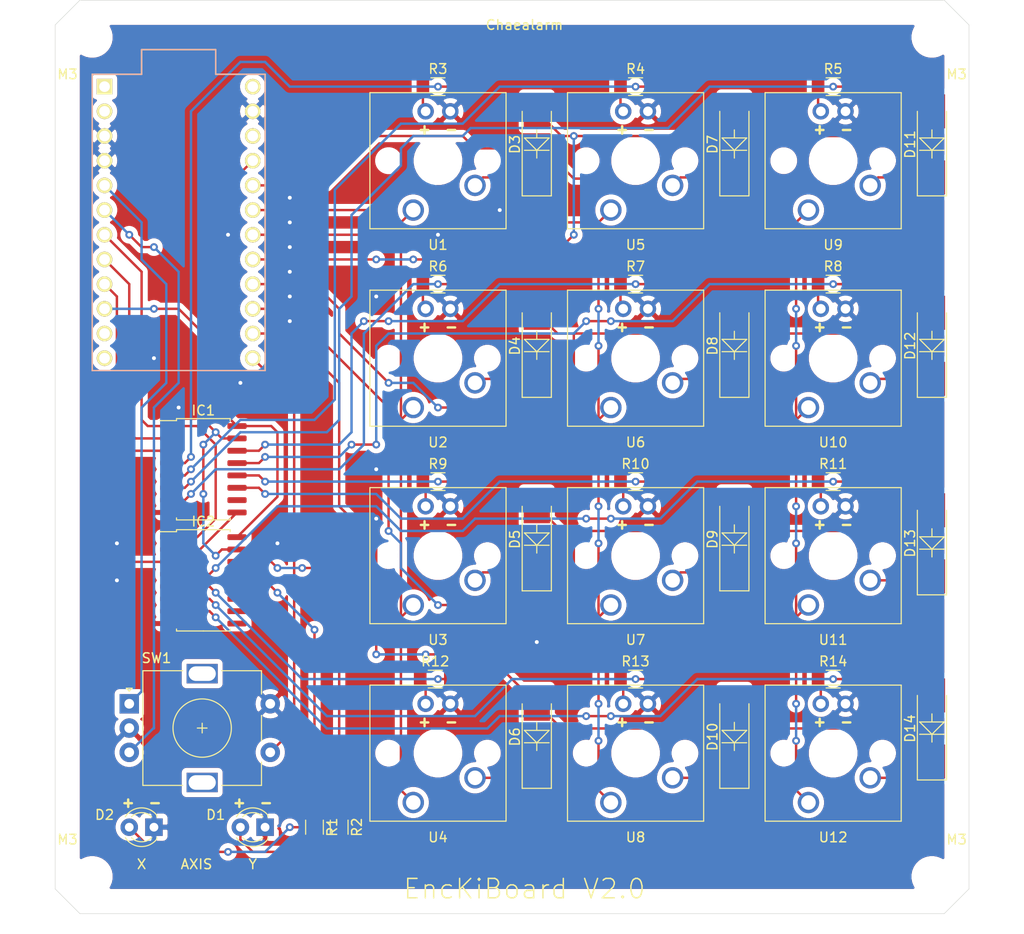
<source format=kicad_pcb>
(kicad_pcb (version 20171130) (host pcbnew "(5.1.9)-1")
  (layers (0 F.Cu signal) (31 B.Cu signal) (34 B.Paste user) (35 F.Paste user) (36 B.SilkS user) (37 F.SilkS user) (38 B.Mask user) (39 F.Mask user) (44 Edge.Cuts user))
  (net 0 "")
  (net 1 "Net-(D1-Pad2)")
  (net 2 GNDREF)
  (net 3 "Net-(D2-Pad2)")
  (net 4 "Net-(D11-Pad2)")
  (net 5 "Net-(D3-Pad1)")
  (net 6 "Net-(D12-Pad2)")
  (net 7 "Net-(D4-Pad1)")
  (net 8 "Net-(D13-Pad2)")
  (net 9 "Net-(D5-Pad1)")
  (net 10 "Net-(D10-Pad2)")
  (net 11 "Net-(D6-Pad1)")
  (net 12 "Net-(D7-Pad1)")
  (net 13 "Net-(D8-Pad1)")
  (net 14 "Net-(D9-Pad1)")
  (net 15 "Net-(D10-Pad1)")
  (net 16 "Net-(D11-Pad1)")
  (net 17 "Net-(D12-Pad1)")
  (net 18 "Net-(D13-Pad1)")
  (net 19 "Net-(D14-Pad1)")
  (net 20 +5V)
  (net 21 "Net-(IC1-Pad14)")
  (net 22 "Net-(IC1-Pad13)")
  (net 23 "Net-(IC1-Pad12)")
  (net 24 "Net-(IC1-Pad11)")
  (net 25 "Net-(IC1-Pad10)")
  (net 26 "Net-(IC1-Pad9)")
  (net 27 "Net-(IC1-Pad7)")
  (net 28 "Net-(IC1-Pad6)")
  (net 29 "Net-(IC1-Pad5)")
  (net 30 "Net-(IC1-Pad4)")
  (net 31 "Net-(IC1-Pad3)")
  (net 32 "Net-(IC1-Pad2)")
  (net 33 "Net-(IC1-Pad1)")
  (net 34 "Net-(IC2-Pad14)")
  (net 35 "Net-(IC2-Pad13)")
  (net 36 "Net-(IC2-Pad12)")
  (net 37 "Net-(IC2-Pad11)")
  (net 38 "Net-(IC2-Pad10)")
  (net 39 "Net-(IC2-Pad9)")
  (net 40 "Net-(IC2-Pad7)")
  (net 41 "Net-(IC2-Pad6)")
  (net 42 "Net-(IC2-Pad5)")
  (net 43 "Net-(IC2-Pad4)")
  (net 44 "Net-(R3-Pad1)")
  (net 45 "Net-(R4-Pad1)")
  (net 46 "Net-(R5-Pad1)")
  (net 47 "Net-(R6-Pad1)")
  (net 48 "Net-(R7-Pad1)")
  (net 49 "Net-(R8-Pad1)")
  (net 50 "Net-(R9-Pad1)")
  (net 51 "Net-(R10-Pad1)")
  (net 52 "Net-(R11-Pad1)")
  (net 53 "Net-(R12-Pad1)")
  (net 54 "Net-(R13-Pad1)")
  (net 55 "Net-(R14-Pad1)")
  (net 56 "Net-(SW1-PadA)")
  (net 57 "Net-(SW1-PadB)")
  (net 58 "Net-(SW1-PadS1)")
  (net 59 "Net-(U0-Pad24)")
  (net 60 "Net-(U0-Pad22)")
  (net 61 "Net-(U0-Pad20)")
  (net 62 "Net-(U0-Pad19)")
  (net 63 "Net-(U0-Pad18)")
  (net 64 "Net-(U0-Pad12)")
  (net 65 "Net-(U0-Pad11)")
  (net 66 "Net-(U0-Pad2)")
  (net 67 "Net-(U0-Pad1)")
  (net 68 "Net-(IC1-Pad15)")
  (module MountingHole:MountingHole_3.2mm_M3 (layer F.Cu) (at 110.49 151.13)
    (fp_text reference M3 (at -2.54 -3.81) (layer F.SilkS))
    (fp_text value MountingHole_3.2mm_M3)
    (pad 1 np_thru_hole circle (at 0 0) (size 3.2 3.2) (drill 3.2) (layers *.Cu *.Mask))
  )
  (module MountingHole:MountingHole_3.2mm_M3 (layer F.Cu) (at 196.85 151.13)
    (fp_text reference M3 (at 2.54 -3.81) (layer F.SilkS))
    (fp_text value MountingHole_3.2mm_M3)
    (pad 1 np_thru_hole circle (at 0 0) (size 3.2 3.2) (drill 3.2) (layers *.Cu *.Mask))
  )
  (module MountingHole:MountingHole_3.2mm_M3 (layer F.Cu) (at 196.85 64.77)
    (fp_text reference M3 (at 2.54 3.81) (layer F.SilkS))
    (fp_text value MountingHole_3.2mm_M3)
    (pad 1 np_thru_hole circle (at 0 0) (size 3.2 3.2) (drill 3.2) (layers *.Cu *.Mask))
  )
  (module MountingHole:MountingHole_3.2mm_M3 (layer F.Cu) (at 110.49 64.77)
    (fp_text reference M3 (at -2.54 3.81) (layer F.SilkS))
    (fp_text value MountingHole_3.2mm_M3)
    (pad 1 np_thru_hole circle (at 0 0) (size 3.2 3.2) (drill 3.2) (layers *.Cu *.Mask))
  )
  (module CherryMX_PCB_LED:CherryMX_1.00u_PCB_LED (layer F.Cu) (at 186.69 138.43 180)
    (fp_text reference U12 (at 0 -8.6625) (layer F.SilkS))
    (fp_text value CherryMX_LED)
    (pad 4 thru_hole circle (at 1.27 5.08 180) (size 1.6906 1.6906) (drill 0.9906) (layers *.Cu *.Mask) (net 55 "Net-(R14-Pad1)"))
    (pad 3 thru_hole circle (at -1.27 5.08 180) (size 1.6906 1.6906) (drill 0.9906) (layers *.Cu *.Mask) (net 2 GNDREF))
    (pad 2 thru_hole circle (at 2.54 -5.08 180) (size 2.2 2.2) (drill 1.5) (layers *.Cu *.Mask) (net 61 "Net-(U0-Pad20)"))
    (pad 1 thru_hole circle (at -3.81 -2.54 180) (size 2.2 2.2) (drill 1.5) (layers *.Cu *.Mask) (net 19 "Net-(D14-Pad1)"))
    (pad "" np_thru_hole circle (at 5.08 0 180) (size 1.75 1.75) (drill 1.75) (layers *.Cu *.Mask))
    (pad "" np_thru_hole circle (at -5.08 0 180) (size 1.75 1.75) (drill 1.75) (layers *.Cu *.Mask))
    (pad "" np_thru_hole circle (at 0 0 180) (size 4 4) (drill 4) (layers *.Cu *.Mask))
  )
  (module CherryMX_PCB_LED:CherryMX_1.00u_PCB_LED (layer F.Cu) (at 186.69 118.11 180)
    (fp_text reference U11 (at 0 -8.6625) (layer F.SilkS))
    (fp_text value CherryMX_LED)
    (pad 4 thru_hole circle (at 1.27 5.08 180) (size 1.6906 1.6906) (drill 0.9906) (layers *.Cu *.Mask) (net 52 "Net-(R11-Pad1)"))
    (pad 3 thru_hole circle (at -1.27 5.08 180) (size 1.6906 1.6906) (drill 0.9906) (layers *.Cu *.Mask) (net 2 GNDREF))
    (pad 2 thru_hole circle (at 2.54 -5.08 180) (size 2.2 2.2) (drill 1.5) (layers *.Cu *.Mask) (net 61 "Net-(U0-Pad20)"))
    (pad 1 thru_hole circle (at -3.81 -2.54 180) (size 2.2 2.2) (drill 1.5) (layers *.Cu *.Mask) (net 18 "Net-(D13-Pad1)"))
    (pad "" np_thru_hole circle (at 5.08 0 180) (size 1.75 1.75) (drill 1.75) (layers *.Cu *.Mask))
    (pad "" np_thru_hole circle (at -5.08 0 180) (size 1.75 1.75) (drill 1.75) (layers *.Cu *.Mask))
    (pad "" np_thru_hole circle (at 0 0 180) (size 4 4) (drill 4) (layers *.Cu *.Mask))
  )
  (module CherryMX_PCB_LED:CherryMX_1.00u_PCB_LED (layer F.Cu) (at 186.69 97.79 180)
    (fp_text reference U10 (at 0 -8.6625) (layer F.SilkS))
    (fp_text value CherryMX_LED)
    (pad 4 thru_hole circle (at 1.27 5.08 180) (size 1.6906 1.6906) (drill 0.9906) (layers *.Cu *.Mask) (net 49 "Net-(R8-Pad1)"))
    (pad 3 thru_hole circle (at -1.27 5.08 180) (size 1.6906 1.6906) (drill 0.9906) (layers *.Cu *.Mask) (net 2 GNDREF))
    (pad 2 thru_hole circle (at 2.54 -5.08 180) (size 2.2 2.2) (drill 1.5) (layers *.Cu *.Mask) (net 61 "Net-(U0-Pad20)"))
    (pad 1 thru_hole circle (at -3.81 -2.54 180) (size 2.2 2.2) (drill 1.5) (layers *.Cu *.Mask) (net 17 "Net-(D12-Pad1)"))
    (pad "" np_thru_hole circle (at 5.08 0 180) (size 1.75 1.75) (drill 1.75) (layers *.Cu *.Mask))
    (pad "" np_thru_hole circle (at -5.08 0 180) (size 1.75 1.75) (drill 1.75) (layers *.Cu *.Mask))
    (pad "" np_thru_hole circle (at 0 0 180) (size 4 4) (drill 4) (layers *.Cu *.Mask))
  )
  (module CherryMX_PCB_LED:CherryMX_1.00u_PCB_LED (layer F.Cu) (at 186.69 77.47 180)
    (fp_text reference U9 (at 0 -8.6625) (layer F.SilkS))
    (fp_text value CherryMX_LED)
    (pad 4 thru_hole circle (at 1.27 5.08 180) (size 1.6906 1.6906) (drill 0.9906) (layers *.Cu *.Mask) (net 46 "Net-(R5-Pad1)"))
    (pad 3 thru_hole circle (at -1.27 5.08 180) (size 1.6906 1.6906) (drill 0.9906) (layers *.Cu *.Mask) (net 2 GNDREF))
    (pad 2 thru_hole circle (at 2.54 -5.08 180) (size 2.2 2.2) (drill 1.5) (layers *.Cu *.Mask) (net 61 "Net-(U0-Pad20)"))
    (pad 1 thru_hole circle (at -3.81 -2.54 180) (size 2.2 2.2) (drill 1.5) (layers *.Cu *.Mask) (net 16 "Net-(D11-Pad1)"))
    (pad "" np_thru_hole circle (at 5.08 0 180) (size 1.75 1.75) (drill 1.75) (layers *.Cu *.Mask))
    (pad "" np_thru_hole circle (at -5.08 0 180) (size 1.75 1.75) (drill 1.75) (layers *.Cu *.Mask))
    (pad "" np_thru_hole circle (at 0 0 180) (size 4 4) (drill 4) (layers *.Cu *.Mask))
  )
  (module CherryMX_PCB_LED:CherryMX_1.00u_PCB_LED (layer F.Cu) (at 166.37 138.43 180)
    (fp_text reference U8 (at 0 -8.6625) (layer F.SilkS))
    (fp_text value CherryMX_LED)
    (pad 4 thru_hole circle (at 1.27 5.08 180) (size 1.6906 1.6906) (drill 0.9906) (layers *.Cu *.Mask) (net 54 "Net-(R13-Pad1)"))
    (pad 3 thru_hole circle (at -1.27 5.08 180) (size 1.6906 1.6906) (drill 0.9906) (layers *.Cu *.Mask) (net 2 GNDREF))
    (pad 2 thru_hole circle (at 2.54 -5.08 180) (size 2.2 2.2) (drill 1.5) (layers *.Cu *.Mask) (net 62 "Net-(U0-Pad19)"))
    (pad 1 thru_hole circle (at -3.81 -2.54 180) (size 2.2 2.2) (drill 1.5) (layers *.Cu *.Mask) (net 15 "Net-(D10-Pad1)"))
    (pad "" np_thru_hole circle (at 5.08 0 180) (size 1.75 1.75) (drill 1.75) (layers *.Cu *.Mask))
    (pad "" np_thru_hole circle (at -5.08 0 180) (size 1.75 1.75) (drill 1.75) (layers *.Cu *.Mask))
    (pad "" np_thru_hole circle (at 0 0 180) (size 4 4) (drill 4) (layers *.Cu *.Mask))
  )
  (module CherryMX_PCB_LED:CherryMX_1.00u_PCB_LED (layer F.Cu) (at 166.37 118.11 180)
    (fp_text reference U7 (at 0 -8.6625) (layer F.SilkS))
    (fp_text value CherryMX_LED)
    (pad 4 thru_hole circle (at 1.27 5.08 180) (size 1.6906 1.6906) (drill 0.9906) (layers *.Cu *.Mask) (net 51 "Net-(R10-Pad1)"))
    (pad 3 thru_hole circle (at -1.27 5.08 180) (size 1.6906 1.6906) (drill 0.9906) (layers *.Cu *.Mask) (net 2 GNDREF))
    (pad 2 thru_hole circle (at 2.54 -5.08 180) (size 2.2 2.2) (drill 1.5) (layers *.Cu *.Mask) (net 62 "Net-(U0-Pad19)"))
    (pad 1 thru_hole circle (at -3.81 -2.54 180) (size 2.2 2.2) (drill 1.5) (layers *.Cu *.Mask) (net 14 "Net-(D9-Pad1)"))
    (pad "" np_thru_hole circle (at 5.08 0 180) (size 1.75 1.75) (drill 1.75) (layers *.Cu *.Mask))
    (pad "" np_thru_hole circle (at -5.08 0 180) (size 1.75 1.75) (drill 1.75) (layers *.Cu *.Mask))
    (pad "" np_thru_hole circle (at 0 0 180) (size 4 4) (drill 4) (layers *.Cu *.Mask))
  )
  (module CherryMX_PCB_LED:CherryMX_1.00u_PCB_LED (layer F.Cu) (at 166.37 97.79 180)
    (fp_text reference U6 (at 0 -8.6625) (layer F.SilkS))
    (fp_text value CherryMX_LED)
    (pad 4 thru_hole circle (at 1.27 5.08 180) (size 1.6906 1.6906) (drill 0.9906) (layers *.Cu *.Mask) (net 48 "Net-(R7-Pad1)"))
    (pad 3 thru_hole circle (at -1.27 5.08 180) (size 1.6906 1.6906) (drill 0.9906) (layers *.Cu *.Mask) (net 2 GNDREF))
    (pad 2 thru_hole circle (at 2.54 -5.08 180) (size 2.2 2.2) (drill 1.5) (layers *.Cu *.Mask) (net 62 "Net-(U0-Pad19)"))
    (pad 1 thru_hole circle (at -3.81 -2.54 180) (size 2.2 2.2) (drill 1.5) (layers *.Cu *.Mask) (net 13 "Net-(D8-Pad1)"))
    (pad "" np_thru_hole circle (at 5.08 0 180) (size 1.75 1.75) (drill 1.75) (layers *.Cu *.Mask))
    (pad "" np_thru_hole circle (at -5.08 0 180) (size 1.75 1.75) (drill 1.75) (layers *.Cu *.Mask))
    (pad "" np_thru_hole circle (at 0 0 180) (size 4 4) (drill 4) (layers *.Cu *.Mask))
  )
  (module CherryMX_PCB_LED:CherryMX_1.00u_PCB_LED (layer F.Cu) (at 166.37 77.47 180)
    (fp_text reference U5 (at 0 -8.6625) (layer F.SilkS))
    (fp_text value CherryMX_LED)
    (pad 4 thru_hole circle (at 1.27 5.08 180) (size 1.6906 1.6906) (drill 0.9906) (layers *.Cu *.Mask) (net 45 "Net-(R4-Pad1)"))
    (pad 3 thru_hole circle (at -1.27 5.08 180) (size 1.6906 1.6906) (drill 0.9906) (layers *.Cu *.Mask) (net 2 GNDREF))
    (pad 2 thru_hole circle (at 2.54 -5.08 180) (size 2.2 2.2) (drill 1.5) (layers *.Cu *.Mask) (net 62 "Net-(U0-Pad19)"))
    (pad 1 thru_hole circle (at -3.81 -2.54 180) (size 2.2 2.2) (drill 1.5) (layers *.Cu *.Mask) (net 12 "Net-(D7-Pad1)"))
    (pad "" np_thru_hole circle (at 5.08 0 180) (size 1.75 1.75) (drill 1.75) (layers *.Cu *.Mask))
    (pad "" np_thru_hole circle (at -5.08 0 180) (size 1.75 1.75) (drill 1.75) (layers *.Cu *.Mask))
    (pad "" np_thru_hole circle (at 0 0 180) (size 4 4) (drill 4) (layers *.Cu *.Mask))
  )
  (module CherryMX_PCB_LED:CherryMX_1.00u_PCB_LED (layer F.Cu) (at 146.05 138.43 180)
    (fp_text reference U4 (at 0 -8.6625) (layer F.SilkS))
    (fp_text value CherryMX_LED)
    (pad 4 thru_hole circle (at 1.27 5.08 180) (size 1.6906 1.6906) (drill 0.9906) (layers *.Cu *.Mask) (net 53 "Net-(R12-Pad1)"))
    (pad 3 thru_hole circle (at -1.27 5.08 180) (size 1.6906 1.6906) (drill 0.9906) (layers *.Cu *.Mask) (net 2 GNDREF))
    (pad 2 thru_hole circle (at 2.54 -5.08 180) (size 2.2 2.2) (drill 1.5) (layers *.Cu *.Mask) (net 63 "Net-(U0-Pad18)"))
    (pad 1 thru_hole circle (at -3.81 -2.54 180) (size 2.2 2.2) (drill 1.5) (layers *.Cu *.Mask) (net 11 "Net-(D6-Pad1)"))
    (pad "" np_thru_hole circle (at 5.08 0 180) (size 1.75 1.75) (drill 1.75) (layers *.Cu *.Mask))
    (pad "" np_thru_hole circle (at -5.08 0 180) (size 1.75 1.75) (drill 1.75) (layers *.Cu *.Mask))
    (pad "" np_thru_hole circle (at 0 0 180) (size 4 4) (drill 4) (layers *.Cu *.Mask))
  )
  (module CherryMX_PCB_LED:CherryMX_1.00u_PCB_LED (layer F.Cu) (at 146.05 118.11 180)
    (fp_text reference U3 (at 0 -8.6625) (layer F.SilkS))
    (fp_text value CherryMX_LED)
    (pad 4 thru_hole circle (at 1.27 5.08 180) (size 1.6906 1.6906) (drill 0.9906) (layers *.Cu *.Mask) (net 50 "Net-(R9-Pad1)"))
    (pad 3 thru_hole circle (at -1.27 5.08 180) (size 1.6906 1.6906) (drill 0.9906) (layers *.Cu *.Mask) (net 2 GNDREF))
    (pad 2 thru_hole circle (at 2.54 -5.08 180) (size 2.2 2.2) (drill 1.5) (layers *.Cu *.Mask) (net 63 "Net-(U0-Pad18)"))
    (pad 1 thru_hole circle (at -3.81 -2.54 180) (size 2.2 2.2) (drill 1.5) (layers *.Cu *.Mask) (net 9 "Net-(D5-Pad1)"))
    (pad "" np_thru_hole circle (at 5.08 0 180) (size 1.75 1.75) (drill 1.75) (layers *.Cu *.Mask))
    (pad "" np_thru_hole circle (at -5.08 0 180) (size 1.75 1.75) (drill 1.75) (layers *.Cu *.Mask))
    (pad "" np_thru_hole circle (at 0 0 180) (size 4 4) (drill 4) (layers *.Cu *.Mask))
  )
  (module CherryMX_PCB_LED:CherryMX_1.00u_PCB_LED (layer F.Cu) (at 146.05 97.79 180)
    (fp_text reference U2 (at 0 -8.6625) (layer F.SilkS))
    (fp_text value CherryMX_LED)
    (pad 4 thru_hole circle (at 1.27 5.08 180) (size 1.6906 1.6906) (drill 0.9906) (layers *.Cu *.Mask) (net 47 "Net-(R6-Pad1)"))
    (pad 3 thru_hole circle (at -1.27 5.08 180) (size 1.6906 1.6906) (drill 0.9906) (layers *.Cu *.Mask) (net 2 GNDREF))
    (pad 2 thru_hole circle (at 2.54 -5.08 180) (size 2.2 2.2) (drill 1.5) (layers *.Cu *.Mask) (net 63 "Net-(U0-Pad18)"))
    (pad 1 thru_hole circle (at -3.81 -2.54 180) (size 2.2 2.2) (drill 1.5) (layers *.Cu *.Mask) (net 7 "Net-(D4-Pad1)"))
    (pad "" np_thru_hole circle (at 5.08 0 180) (size 1.75 1.75) (drill 1.75) (layers *.Cu *.Mask))
    (pad "" np_thru_hole circle (at -5.08 0 180) (size 1.75 1.75) (drill 1.75) (layers *.Cu *.Mask))
    (pad "" np_thru_hole circle (at 0 0 180) (size 4 4) (drill 4) (layers *.Cu *.Mask))
  )
  (module CherryMX_PCB_LED:CherryMX_1.00u_PCB_LED (layer F.Cu) (at 146.05 77.47 180)
    (fp_text reference U1 (at 0 -8.6625) (layer F.SilkS))
    (fp_text value CherryMX_LED)
    (pad 4 thru_hole circle (at 1.27 5.08 180) (size 1.6906 1.6906) (drill 0.9906) (layers *.Cu *.Mask) (net 44 "Net-(R3-Pad1)"))
    (pad 3 thru_hole circle (at -1.27 5.08 180) (size 1.6906 1.6906) (drill 0.9906) (layers *.Cu *.Mask) (net 2 GNDREF))
    (pad 2 thru_hole circle (at 2.54 -5.08 180) (size 2.2 2.2) (drill 1.5) (layers *.Cu *.Mask) (net 63 "Net-(U0-Pad18)"))
    (pad 1 thru_hole circle (at -3.81 -2.54 180) (size 2.2 2.2) (drill 1.5) (layers *.Cu *.Mask) (net 5 "Net-(D3-Pad1)"))
    (pad "" np_thru_hole circle (at 5.08 0 180) (size 1.75 1.75) (drill 1.75) (layers *.Cu *.Mask))
    (pad "" np_thru_hole circle (at -5.08 0 180) (size 1.75 1.75) (drill 1.75) (layers *.Cu *.Mask))
    (pad "" np_thru_hole circle (at 0 0 180) (size 4 4) (drill 4) (layers *.Cu *.Mask))
  )
  (module promicro:ProMicro (layer F.Cu) (at 119.38 83.82 270)
    (fp_text reference U0 hide)
    (fp_text value ProMicro)
    (pad 24 thru_hole circle (at -13.97 -7.62 270) (size 1.6 1.6) (drill 1.1) (layers *.Cu *.Mask F.SilkS) (net 59 "Net-(U0-Pad24)"))
    (pad 23 thru_hole circle (at -11.43 -7.62 270) (size 1.6 1.6) (drill 1.1) (layers *.Cu *.Mask F.SilkS) (net 2 GNDREF))
    (pad 22 thru_hole circle (at -8.89 -7.62 270) (size 1.6 1.6) (drill 1.1) (layers *.Cu *.Mask F.SilkS) (net 60 "Net-(U0-Pad22)"))
    (pad 21 thru_hole circle (at -6.35 -7.62 270) (size 1.6 1.6) (drill 1.1) (layers *.Cu *.Mask F.SilkS) (net 20 +5V))
    (pad 20 thru_hole circle (at -3.81 -7.62 270) (size 1.6 1.6) (drill 1.1) (layers *.Cu *.Mask F.SilkS) (net 61 "Net-(U0-Pad20)"))
    (pad 19 thru_hole circle (at -1.27 -7.62 270) (size 1.6 1.6) (drill 1.1) (layers *.Cu *.Mask F.SilkS) (net 62 "Net-(U0-Pad19)"))
    (pad 18 thru_hole circle (at 1.27 -7.62 270) (size 1.6 1.6) (drill 1.1) (layers *.Cu *.Mask F.SilkS) (net 63 "Net-(U0-Pad18)"))
    (pad 17 thru_hole circle (at 3.81 -7.62 270) (size 1.6 1.6) (drill 1.1) (layers *.Cu *.Mask F.SilkS) (net 4 "Net-(D11-Pad2)"))
    (pad 16 thru_hole circle (at 6.35 -7.62 270) (size 1.6 1.6) (drill 1.1) (layers *.Cu *.Mask F.SilkS) (net 6 "Net-(D12-Pad2)"))
    (pad 15 thru_hole circle (at 8.89 -7.62 270) (size 1.6 1.6) (drill 1.1) (layers *.Cu *.Mask F.SilkS) (net 8 "Net-(D13-Pad2)"))
    (pad 14 thru_hole circle (at 11.43 -7.62 270) (size 1.6 1.6) (drill 1.1) (layers *.Cu *.Mask F.SilkS) (net 10 "Net-(D10-Pad2)"))
    (pad 13 thru_hole circle (at 13.97 -7.62 270) (size 1.6 1.6) (drill 1.1) (layers *.Cu *.Mask F.SilkS) (net 58 "Net-(SW1-PadS1)"))
    (pad 12 thru_hole circle (at 13.97 7.62 270) (size 1.6 1.6) (drill 1.1) (layers *.Cu *.Mask F.SilkS) (net 64 "Net-(U0-Pad12)"))
    (pad 11 thru_hole circle (at 11.43 7.62 270) (size 1.6 1.6) (drill 1.1) (layers *.Cu *.Mask F.SilkS) (net 65 "Net-(U0-Pad11)"))
    (pad 10 thru_hole circle (at 8.89 7.62 270) (size 1.6 1.6) (drill 1.1) (layers *.Cu *.Mask F.SilkS) (net 68 "Net-(IC1-Pad15)"))
    (pad 9 thru_hole circle (at 6.35 7.62 270) (size 1.6 1.6) (drill 1.1) (layers *.Cu *.Mask F.SilkS) (net 31 "Net-(IC1-Pad3)"))
    (pad 8 thru_hole circle (at 3.81 7.62 270) (size 1.6 1.6) (drill 1.1) (layers *.Cu *.Mask F.SilkS) (net 32 "Net-(IC1-Pad2)"))
    (pad 7 thru_hole circle (at 1.27 7.62 270) (size 1.6 1.6) (drill 1.1) (layers *.Cu *.Mask F.SilkS) (net 33 "Net-(IC1-Pad1)"))
    (pad 6 thru_hole circle (at -1.27 7.62 270) (size 1.6 1.6) (drill 1.1) (layers *.Cu *.Mask F.SilkS) (net 57 "Net-(SW1-PadB)"))
    (pad 5 thru_hole circle (at -3.81 7.62 270) (size 1.6 1.6) (drill 1.1) (layers *.Cu *.Mask F.SilkS) (net 56 "Net-(SW1-PadA)"))
    (pad 4 thru_hole circle (at -6.35 7.62 270) (size 1.6 1.6) (drill 1.1) (layers *.Cu *.Mask F.SilkS) (net 2 GNDREF))
    (pad 3 thru_hole circle (at -8.89 7.62 270) (size 1.6 1.6) (drill 1.1) (layers *.Cu *.Mask F.SilkS) (net 2 GNDREF))
    (pad 2 thru_hole circle (at -11.43 7.62 270) (size 1.6 1.6) (drill 1.1) (layers *.Cu *.Mask F.SilkS) (net 66 "Net-(U0-Pad2)"))
    (pad 1 thru_hole rect (at -13.97 7.62 270) (size 1.6 1.6) (drill 1.1) (layers *.Cu *.Mask F.SilkS) (net 67 "Net-(U0-Pad1)"))
  )
  (module Rotary_Encoder:RotaryEncoder_Alps_EC11E-Switch_Vertical_H20mm (layer F.Cu) (at 114.3 133.35)
    (fp_text reference SW1 (at 2.8 -4.7) (layer F.SilkS))
    (fp_text value Rotary_Encoder_Switch)
    (pad A thru_hole rect (at 0 0) (size 2 2) (drill 1) (layers *.Cu *.Mask) (net 56 "Net-(SW1-PadA)"))
    (pad C thru_hole circle (at 0 2.5) (size 2 2) (drill 1) (layers *.Cu *.Mask) (net 2 GNDREF))
    (pad B thru_hole circle (at 0 5) (size 2 2) (drill 1) (layers *.Cu *.Mask) (net 57 "Net-(SW1-PadB)"))
    (pad MP thru_hole rect (at 7.5 -3.1) (size 3.2 2) (drill oval 2.8 1.5) (layers *.Cu *.Mask))
    (pad MP thru_hole rect (at 7.5 8.1) (size 3.2 2) (drill oval 2.8 1.5) (layers *.Cu *.Mask))
    (pad S2 thru_hole circle (at 14.5 0) (size 2 2) (drill 1) (layers *.Cu *.Mask) (net 2 GNDREF))
    (pad S1 thru_hole circle (at 14.5 5) (size 2 2) (drill 1) (layers *.Cu *.Mask) (net 58 "Net-(SW1-PadS1)"))
  )
  (module Resistor_SMD:R_1206_3216Metric_Pad1.30x1.75mm_HandSolder (layer F.Cu) (at 186.69 130.81)
    (fp_text reference R14 (at 0 -1.82) (layer F.SilkS))
    (fp_text value R)
    (pad 2 smd roundrect (at 1.55 0) (size 1.3 1.75) (layers F.Cu F.Paste F.Mask) (roundrect_rratio 0.1923076923076923) (net 40 "Net-(IC2-Pad7)"))
    (pad 1 smd roundrect (at -1.55 0) (size 1.3 1.75) (layers F.Cu F.Paste F.Mask) (roundrect_rratio 0.1923076923076923) (net 55 "Net-(R14-Pad1)"))
  )
  (module Resistor_SMD:R_1206_3216Metric_Pad1.30x1.75mm_HandSolder (layer F.Cu) (at 166.37 130.81)
    (fp_text reference R13 (at 0 -1.82) (layer F.SilkS))
    (fp_text value R)
    (pad 2 smd roundrect (at 1.55 0) (size 1.3 1.75) (layers F.Cu F.Paste F.Mask) (roundrect_rratio 0.1923076923076923) (net 41 "Net-(IC2-Pad6)"))
    (pad 1 smd roundrect (at -1.55 0) (size 1.3 1.75) (layers F.Cu F.Paste F.Mask) (roundrect_rratio 0.1923076923076923) (net 54 "Net-(R13-Pad1)"))
  )
  (module Resistor_SMD:R_1206_3216Metric_Pad1.30x1.75mm_HandSolder (layer F.Cu) (at 145.77 130.81)
    (fp_text reference R12 (at 0 -1.82) (layer F.SilkS))
    (fp_text value R)
    (pad 2 smd roundrect (at 1.55 0) (size 1.3 1.75) (layers F.Cu F.Paste F.Mask) (roundrect_rratio 0.1923076923076923) (net 42 "Net-(IC2-Pad5)"))
    (pad 1 smd roundrect (at -1.55 0) (size 1.3 1.75) (layers F.Cu F.Paste F.Mask) (roundrect_rratio 0.1923076923076923) (net 53 "Net-(R12-Pad1)"))
  )
  (module Resistor_SMD:R_1206_3216Metric_Pad1.30x1.75mm_HandSolder (layer F.Cu) (at 186.69 110.49)
    (fp_text reference R11 (at 0 -1.82) (layer F.SilkS))
    (fp_text value R)
    (pad 2 smd roundrect (at 1.55 0) (size 1.3 1.75) (layers F.Cu F.Paste F.Mask) (roundrect_rratio 0.1923076923076923) (net 43 "Net-(IC2-Pad4)"))
    (pad 1 smd roundrect (at -1.55 0) (size 1.3 1.75) (layers F.Cu F.Paste F.Mask) (roundrect_rratio 0.1923076923076923) (net 52 "Net-(R11-Pad1)"))
  )
  (module Resistor_SMD:R_1206_3216Metric_Pad1.30x1.75mm_HandSolder (layer F.Cu) (at 166.37 110.49)
    (fp_text reference R10 (at 0 -1.82) (layer F.SilkS))
    (fp_text value R)
    (pad 2 smd roundrect (at 1.55 0) (size 1.3 1.75) (layers F.Cu F.Paste F.Mask) (roundrect_rratio 0.1923076923076923) (net 24 "Net-(IC1-Pad11)"))
    (pad 1 smd roundrect (at -1.55 0) (size 1.3 1.75) (layers F.Cu F.Paste F.Mask) (roundrect_rratio 0.1923076923076923) (net 51 "Net-(R10-Pad1)"))
  )
  (module Resistor_SMD:R_1206_3216Metric_Pad1.30x1.75mm_HandSolder (layer F.Cu) (at 146.05 110.49)
    (fp_text reference R9 (at 0 -1.82) (layer F.SilkS))
    (fp_text value R)
    (pad 2 smd roundrect (at 1.55 0) (size 1.3 1.75) (layers F.Cu F.Paste F.Mask) (roundrect_rratio 0.1923076923076923) (net 23 "Net-(IC1-Pad12)"))
    (pad 1 smd roundrect (at -1.55 0) (size 1.3 1.75) (layers F.Cu F.Paste F.Mask) (roundrect_rratio 0.1923076923076923) (net 50 "Net-(R9-Pad1)"))
  )
  (module Resistor_SMD:R_1206_3216Metric_Pad1.30x1.75mm_HandSolder (layer F.Cu) (at 186.69 90.17)
    (fp_text reference R8 (at 0 -1.82) (layer F.SilkS))
    (fp_text value R)
    (pad 2 smd roundrect (at 1.55 0) (size 1.3 1.75) (layers F.Cu F.Paste F.Mask) (roundrect_rratio 0.1923076923076923) (net 22 "Net-(IC1-Pad13)"))
    (pad 1 smd roundrect (at -1.55 0) (size 1.3 1.75) (layers F.Cu F.Paste F.Mask) (roundrect_rratio 0.1923076923076923) (net 49 "Net-(R8-Pad1)"))
  )
  (module Resistor_SMD:R_1206_3216Metric_Pad1.30x1.75mm_HandSolder (layer F.Cu) (at 166.37 90.17)
    (fp_text reference R7 (at 0 -1.82) (layer F.SilkS))
    (fp_text value R)
    (pad 2 smd roundrect (at 1.55 0) (size 1.3 1.75) (layers F.Cu F.Paste F.Mask) (roundrect_rratio 0.1923076923076923) (net 21 "Net-(IC1-Pad14)"))
    (pad 1 smd roundrect (at -1.55 0) (size 1.3 1.75) (layers F.Cu F.Paste F.Mask) (roundrect_rratio 0.1923076923076923) (net 48 "Net-(R7-Pad1)"))
  )
  (module Resistor_SMD:R_1206_3216Metric_Pad1.30x1.75mm_HandSolder (layer F.Cu) (at 146.05 90.17)
    (fp_text reference R6 (at 0 -1.82) (layer F.SilkS))
    (fp_text value R)
    (pad 2 smd roundrect (at 1.55 0) (size 1.3 1.75) (layers F.Cu F.Paste F.Mask) (roundrect_rratio 0.1923076923076923) (net 27 "Net-(IC1-Pad7)"))
    (pad 1 smd roundrect (at -1.55 0) (size 1.3 1.75) (layers F.Cu F.Paste F.Mask) (roundrect_rratio 0.1923076923076923) (net 47 "Net-(R6-Pad1)"))
  )
  (module Resistor_SMD:R_1206_3216Metric_Pad1.30x1.75mm_HandSolder (layer F.Cu) (at 186.69 69.85)
    (fp_text reference R5 (at 0 -1.82) (layer F.SilkS))
    (fp_text value R)
    (pad 2 smd roundrect (at 1.55 0) (size 1.3 1.75) (layers F.Cu F.Paste F.Mask) (roundrect_rratio 0.1923076923076923) (net 28 "Net-(IC1-Pad6)"))
    (pad 1 smd roundrect (at -1.55 0) (size 1.3 1.75) (layers F.Cu F.Paste F.Mask) (roundrect_rratio 0.1923076923076923) (net 46 "Net-(R5-Pad1)"))
  )
  (module Resistor_SMD:R_1206_3216Metric_Pad1.30x1.75mm_HandSolder (layer F.Cu) (at 166.37 69.85)
    (fp_text reference R4 (at 0 -1.82) (layer F.SilkS))
    (fp_text value R)
    (pad 2 smd roundrect (at 1.55 0) (size 1.3 1.75) (layers F.Cu F.Paste F.Mask) (roundrect_rratio 0.1923076923076923) (net 29 "Net-(IC1-Pad5)"))
    (pad 1 smd roundrect (at -1.55 0) (size 1.3 1.75) (layers F.Cu F.Paste F.Mask) (roundrect_rratio 0.1923076923076923) (net 45 "Net-(R4-Pad1)"))
  )
  (module Resistor_SMD:R_1206_3216Metric_Pad1.30x1.75mm_HandSolder (layer F.Cu) (at 146.05 69.85)
    (fp_text reference R3 (at 0 -1.82) (layer F.SilkS))
    (fp_text value R)
    (pad 2 smd roundrect (at 1.55 0) (size 1.3 1.75) (layers F.Cu F.Paste F.Mask) (roundrect_rratio 0.1923076923076923) (net 30 "Net-(IC1-Pad4)"))
    (pad 1 smd roundrect (at -1.55 0) (size 1.3 1.75) (layers F.Cu F.Paste F.Mask) (roundrect_rratio 0.1923076923076923) (net 44 "Net-(R3-Pad1)"))
  )
  (module Resistor_SMD:R_1206_3216Metric_Pad1.30x1.75mm_HandSolder (layer F.Cu) (at 135.89 146.05 270)
    (fp_text reference R2 (at 0 -1.82 90) (layer F.SilkS))
    (fp_text value R)
    (pad 2 smd roundrect (at 1.55 0 270) (size 1.3 1.75) (layers F.Cu F.Paste F.Mask) (roundrect_rratio 0.1923076923076923) (net 3 "Net-(D2-Pad2)"))
    (pad 1 smd roundrect (at -1.55 0 270) (size 1.3 1.75) (layers F.Cu F.Paste F.Mask) (roundrect_rratio 0.1923076923076923) (net 34 "Net-(IC2-Pad14)"))
  )
  (module Resistor_SMD:R_1206_3216Metric_Pad1.30x1.75mm_HandSolder (layer F.Cu) (at 133.35 146.05 270)
    (fp_text reference R1 (at 0 -1.82 90) (layer F.SilkS))
    (fp_text value R)
    (pad 2 smd roundrect (at 1.55 0 270) (size 1.3 1.75) (layers F.Cu F.Paste F.Mask) (roundrect_rratio 0.1923076923076923) (net 1 "Net-(D1-Pad2)"))
    (pad 1 smd roundrect (at -1.55 0 270) (size 1.3 1.75) (layers F.Cu F.Paste F.Mask) (roundrect_rratio 0.1923076923076923) (net 35 "Net-(IC2-Pad13)"))
  )
  (module Package_SO:SO-16_5.3x10.2mm_P1.27mm (layer F.Cu) (at 121.92 120.65)
    (fp_text reference IC2 (at 0 -6.05) (layer F.SilkS))
    (fp_text value 4094D)
    (pad 16 smd roundrect (at 3.4625 -4.445) (size 1.975 0.6) (layers F.Cu F.Paste F.Mask) (net 20 +5V))
    (pad 15 smd roundrect (at 3.4625 -3.175) (size 1.975 0.6) (layers F.Cu F.Paste F.Mask) (net 68 "Net-(IC1-Pad15)"))
    (pad 14 smd roundrect (at 3.4625 -1.905) (size 1.975 0.6) (layers F.Cu F.Paste F.Mask) (net 34 "Net-(IC2-Pad14)"))
    (pad 13 smd roundrect (at 3.4625 -0.635) (size 1.975 0.6) (layers F.Cu F.Paste F.Mask) (net 35 "Net-(IC2-Pad13)"))
    (pad 12 smd roundrect (at 3.4625 0.635) (size 1.975 0.6) (layers F.Cu F.Paste F.Mask) (net 36 "Net-(IC2-Pad12)"))
    (pad 11 smd roundrect (at 3.4625 1.905) (size 1.975 0.6) (layers F.Cu F.Paste F.Mask) (net 37 "Net-(IC2-Pad11)"))
    (pad 10 smd roundrect (at 3.4625 3.175) (size 1.975 0.6) (layers F.Cu F.Paste F.Mask) (net 38 "Net-(IC2-Pad10)"))
    (pad 9 smd roundrect (at 3.4625 4.445) (size 1.975 0.6) (layers F.Cu F.Paste F.Mask) (net 39 "Net-(IC2-Pad9)"))
    (pad 8 smd roundrect (at -3.4625 4.445) (size 1.975 0.6) (layers F.Cu F.Paste F.Mask) (net 2 GNDREF))
    (pad 7 smd roundrect (at -3.4625 3.175) (size 1.975 0.6) (layers F.Cu F.Paste F.Mask) (net 40 "Net-(IC2-Pad7)"))
    (pad 6 smd roundrect (at -3.4625 1.905) (size 1.975 0.6) (layers F.Cu F.Paste F.Mask) (net 41 "Net-(IC2-Pad6)"))
    (pad 5 smd roundrect (at -3.4625 0.635) (size 1.975 0.6) (layers F.Cu F.Paste F.Mask) (net 42 "Net-(IC2-Pad5)"))
    (pad 4 smd roundrect (at -3.4625 -0.635) (size 1.975 0.6) (layers F.Cu F.Paste F.Mask) (net 43 "Net-(IC2-Pad4)"))
    (pad 3 smd roundrect (at -3.4625 -1.905) (size 1.975 0.6) (layers F.Cu F.Paste F.Mask) (net 31 "Net-(IC1-Pad3)"))
    (pad 2 smd roundrect (at -3.4625 -3.175) (size 1.975 0.6) (layers F.Cu F.Paste F.Mask) (net 26 "Net-(IC1-Pad9)"))
    (pad 1 smd roundrect (at -3.4625 -4.445) (size 1.975 0.6) (layers F.Cu F.Paste F.Mask) (net 33 "Net-(IC1-Pad1)"))
  )
  (module Package_SO:SO-16_5.3x10.2mm_P1.27mm (layer F.Cu) (at 121.92 109.22)
    (fp_text reference IC1 (at 0 -6.05) (layer F.SilkS))
    (fp_text value 4094D)
    (pad 16 smd roundrect (at 3.4625 -4.445) (size 1.975 0.6) (layers F.Cu F.Paste F.Mask) (net 20 +5V))
    (pad 15 smd roundrect (at 3.4625 -3.175) (size 1.975 0.6) (layers F.Cu F.Paste F.Mask) (net 68 "Net-(IC1-Pad15)"))
    (pad 14 smd roundrect (at 3.4625 -1.905) (size 1.975 0.6) (layers F.Cu F.Paste F.Mask) (net 21 "Net-(IC1-Pad14)"))
    (pad 13 smd roundrect (at 3.4625 -0.635) (size 1.975 0.6) (layers F.Cu F.Paste F.Mask) (net 22 "Net-(IC1-Pad13)"))
    (pad 12 smd roundrect (at 3.4625 0.635) (size 1.975 0.6) (layers F.Cu F.Paste F.Mask) (net 23 "Net-(IC1-Pad12)"))
    (pad 11 smd roundrect (at 3.4625 1.905) (size 1.975 0.6) (layers F.Cu F.Paste F.Mask) (net 24 "Net-(IC1-Pad11)"))
    (pad 10 smd roundrect (at 3.4625 3.175) (size 1.975 0.6) (layers F.Cu F.Paste F.Mask) (net 25 "Net-(IC1-Pad10)"))
    (pad 9 smd roundrect (at 3.4625 4.445) (size 1.975 0.6) (layers F.Cu F.Paste F.Mask) (net 26 "Net-(IC1-Pad9)"))
    (pad 8 smd roundrect (at -3.4625 4.445) (size 1.975 0.6) (layers F.Cu F.Paste F.Mask) (net 2 GNDREF))
    (pad 7 smd roundrect (at -3.4625 3.175) (size 1.975 0.6) (layers F.Cu F.Paste F.Mask) (net 27 "Net-(IC1-Pad7)"))
    (pad 6 smd roundrect (at -3.4625 1.905) (size 1.975 0.6) (layers F.Cu F.Paste F.Mask) (net 28 "Net-(IC1-Pad6)"))
    (pad 5 smd roundrect (at -3.4625 0.635) (size 1.975 0.6) (layers F.Cu F.Paste F.Mask) (net 29 "Net-(IC1-Pad5)"))
    (pad 4 smd roundrect (at -3.4625 -0.635) (size 1.975 0.6) (layers F.Cu F.Paste F.Mask) (net 30 "Net-(IC1-Pad4)"))
    (pad 3 smd roundrect (at -3.4625 -1.905) (size 1.975 0.6) (layers F.Cu F.Paste F.Mask) (net 31 "Net-(IC1-Pad3)"))
    (pad 2 smd roundrect (at -3.4625 -3.175) (size 1.975 0.6) (layers F.Cu F.Paste F.Mask) (net 32 "Net-(IC1-Pad2)"))
    (pad 1 smd roundrect (at -3.4625 -4.445) (size 1.975 0.6) (layers F.Cu F.Paste F.Mask) (net 33 "Net-(IC1-Pad1)"))
  )
  (module Diode_SMD:D_MELF_Handsoldering (layer F.Cu) (at 196.85 135.89 90)
    (fp_text reference D14 (at 0 -2.25 90) (layer F.SilkS))
    (fp_text value DIODE)
    (pad 2 smd rect (at 3.4 0 90) (size 3.5 2.7) (layers F.Cu F.Paste F.Mask) (net 10 "Net-(D10-Pad2)"))
    (pad 1 smd rect (at -3.4 0 90) (size 3.5 2.7) (layers F.Cu F.Paste F.Mask) (net 19 "Net-(D14-Pad1)"))
  )
  (module Diode_SMD:D_MELF_Handsoldering (layer F.Cu) (at 196.85 116.84 90)
    (fp_text reference D13 (at 0 -2.25 90) (layer F.SilkS))
    (fp_text value DIODE)
    (pad 2 smd rect (at 3.4 0 90) (size 3.5 2.7) (layers F.Cu F.Paste F.Mask) (net 8 "Net-(D13-Pad2)"))
    (pad 1 smd rect (at -3.4 0 90) (size 3.5 2.7) (layers F.Cu F.Paste F.Mask) (net 18 "Net-(D13-Pad1)"))
  )
  (module Diode_SMD:D_MELF_Handsoldering (layer F.Cu) (at 196.85 96.52 90)
    (fp_text reference D12 (at 0 -2.25 90) (layer F.SilkS))
    (fp_text value DIODE)
    (pad 2 smd rect (at 3.4 0 90) (size 3.5 2.7) (layers F.Cu F.Paste F.Mask) (net 6 "Net-(D12-Pad2)"))
    (pad 1 smd rect (at -3.4 0 90) (size 3.5 2.7) (layers F.Cu F.Paste F.Mask) (net 17 "Net-(D12-Pad1)"))
  )
  (module Diode_SMD:D_MELF_Handsoldering (layer F.Cu) (at 196.85 75.79 90)
    (fp_text reference D11 (at 0 -2.25 90) (layer F.SilkS))
    (fp_text value DIODE)
    (pad 2 smd rect (at 3.4 0 90) (size 3.5 2.7) (layers F.Cu F.Paste F.Mask) (net 4 "Net-(D11-Pad2)"))
    (pad 1 smd rect (at -3.4 0 90) (size 3.5 2.7) (layers F.Cu F.Paste F.Mask) (net 16 "Net-(D11-Pad1)"))
  )
  (module Diode_SMD:D_MELF_Handsoldering (layer F.Cu) (at 176.53 136.75 90)
    (fp_text reference D10 (at 0 -2.25 90) (layer F.SilkS))
    (fp_text value DIODE)
    (pad 2 smd rect (at 3.4 0 90) (size 3.5 2.7) (layers F.Cu F.Paste F.Mask) (net 10 "Net-(D10-Pad2)"))
    (pad 1 smd rect (at -3.4 0 90) (size 3.5 2.7) (layers F.Cu F.Paste F.Mask) (net 15 "Net-(D10-Pad1)"))
  )
  (module Diode_SMD:D_MELF_Handsoldering (layer F.Cu) (at 176.53 116.43 90)
    (fp_text reference D9 (at 0 -2.25 90) (layer F.SilkS))
    (fp_text value DIODE)
    (pad 2 smd rect (at 3.4 0 90) (size 3.5 2.7) (layers F.Cu F.Paste F.Mask) (net 8 "Net-(D13-Pad2)"))
    (pad 1 smd rect (at -3.4 0 90) (size 3.5 2.7) (layers F.Cu F.Paste F.Mask) (net 14 "Net-(D9-Pad1)"))
  )
  (module Diode_SMD:D_MELF_Handsoldering (layer F.Cu) (at 176.53 96.52 90)
    (fp_text reference D8 (at 0 -2.25 90) (layer F.SilkS))
    (fp_text value DIODE)
    (pad 2 smd rect (at 3.4 0 90) (size 3.5 2.7) (layers F.Cu F.Paste F.Mask) (net 6 "Net-(D12-Pad2)"))
    (pad 1 smd rect (at -3.4 0 90) (size 3.5 2.7) (layers F.Cu F.Paste F.Mask) (net 13 "Net-(D8-Pad1)"))
  )
  (module Diode_SMD:D_MELF_Handsoldering (layer F.Cu) (at 176.53 75.79 90)
    (fp_text reference D7 (at 0 -2.25 90) (layer F.SilkS))
    (fp_text value DIODE)
    (pad 2 smd rect (at 3.4 0 90) (size 3.5 2.7) (layers F.Cu F.Paste F.Mask) (net 4 "Net-(D11-Pad2)"))
    (pad 1 smd rect (at -3.4 0 90) (size 3.5 2.7) (layers F.Cu F.Paste F.Mask) (net 12 "Net-(D7-Pad1)"))
  )
  (module Diode_SMD:D_MELF_Handsoldering (layer F.Cu) (at 156.21 136.75 90)
    (fp_text reference D6 (at 0 -2.25 90) (layer F.SilkS))
    (fp_text value DIODE)
    (pad 2 smd rect (at 3.4 0 90) (size 3.5 2.7) (layers F.Cu F.Paste F.Mask) (net 10 "Net-(D10-Pad2)"))
    (pad 1 smd rect (at -3.4 0 90) (size 3.5 2.7) (layers F.Cu F.Paste F.Mask) (net 11 "Net-(D6-Pad1)"))
  )
  (module Diode_SMD:D_MELF_Handsoldering (layer F.Cu) (at 156.21 116.43 90)
    (fp_text reference D5 (at 0 -2.25 90) (layer F.SilkS))
    (fp_text value DIODE)
    (pad 2 smd rect (at 3.4 0 90) (size 3.5 2.7) (layers F.Cu F.Paste F.Mask) (net 8 "Net-(D13-Pad2)"))
    (pad 1 smd rect (at -3.4 0 90) (size 3.5 2.7) (layers F.Cu F.Paste F.Mask) (net 9 "Net-(D5-Pad1)"))
  )
  (module Diode_SMD:D_MELF_Handsoldering (layer F.Cu) (at 156.21 96.52 90)
    (fp_text reference D4 (at 0 -2.25 90) (layer F.SilkS))
    (fp_text value DIODE)
    (pad 2 smd rect (at 3.4 0 90) (size 3.5 2.7) (layers F.Cu F.Paste F.Mask) (net 6 "Net-(D12-Pad2)"))
    (pad 1 smd rect (at -3.4 0 90) (size 3.5 2.7) (layers F.Cu F.Paste F.Mask) (net 7 "Net-(D4-Pad1)"))
  )
  (module Diode_SMD:D_MELF_Handsoldering (layer F.Cu) (at 156.21 75.79 90)
    (fp_text reference D3 (at 0 -2.25 90) (layer F.SilkS))
    (fp_text value DIODE)
    (pad 2 smd rect (at 3.4 0 90) (size 3.5 2.7) (layers F.Cu F.Paste F.Mask) (net 4 "Net-(D11-Pad2)"))
    (pad 1 smd rect (at -3.4 0 90) (size 3.5 2.7) (layers F.Cu F.Paste F.Mask) (net 5 "Net-(D3-Pad1)"))
  )
  (module LED_THT:LED_D3.0mm (layer F.Cu) (at 116.84 146.05 180)
    (fp_text reference D2 (at 5.08 1.27) (layer F.SilkS))
    (fp_text value LED)
    (pad 2 thru_hole circle (at 2.54 0 180) (size 1.8 1.8) (drill 0.9) (layers *.Cu *.Mask) (net 3 "Net-(D2-Pad2)"))
    (pad 1 thru_hole rect (at 0 0 180) (size 1.8 1.8) (drill 0.9) (layers *.Cu *.Mask) (net 2 GNDREF))
  )
  (module LED_THT:LED_D3.0mm (layer F.Cu) (at 128.27 146.05 180)
    (fp_text reference D1 (at 5.08 1.27) (layer F.SilkS))
    (fp_text value LED)
    (pad 2 thru_hole circle (at 2.54 0 180) (size 1.8 1.8) (drill 0.9) (layers *.Cu *.Mask) (net 1 "Net-(D1-Pad2)"))
    (pad 1 thru_hole rect (at 0 0 180) (size 1.8 1.8) (drill 0.9) (layers *.Cu *.Mask) (net 2 GNDREF))
  )
  (gr_line (start 157.48 136.09) (end 156.21 137.36) (layer F.SilkS) (width 0.12))
  (gr_line (start 156.20898 135.2594) (end 156.20898 136.0594) (layer F.SilkS) (width 0.12))
  (gr_line (start 154.94 137.36) (end 157.48 137.36) (layer F.SilkS) (width 0.12))
  (gr_line (start 156.21 137.36) (end 154.94 136.09) (layer F.SilkS) (width 0.12))
  (gr_line (start 156.21 137.36) (end 156.21 138.16) (layer F.SilkS) (width 0.12))
  (gr_line (start 154.94 136.09) (end 157.48 136.09) (layer F.SilkS) (width 0.12))
  (gr_line (start 177.8 136.09) (end 176.53 137.36) (layer F.SilkS) (width 0.12))
  (gr_line (start 176.52898 135.2594) (end 176.52898 136.0594) (layer F.SilkS) (width 0.12))
  (gr_line (start 175.26 137.36) (end 177.8 137.36) (layer F.SilkS) (width 0.12))
  (gr_line (start 176.53 137.36) (end 175.26 136.09) (layer F.SilkS) (width 0.12))
  (gr_line (start 176.53 137.36) (end 176.53 138.16) (layer F.SilkS) (width 0.12))
  (gr_line (start 175.26 136.09) (end 177.8 136.09) (layer F.SilkS) (width 0.12))
  (gr_line (start 198.12 135.22) (end 196.85 136.49) (layer F.SilkS) (width 0.12))
  (gr_line (start 196.84898 134.3894) (end 196.84898 135.1894) (layer F.SilkS) (width 0.12))
  (gr_line (start 195.58 136.49) (end 198.12 136.49) (layer F.SilkS) (width 0.12))
  (gr_line (start 196.85 136.49) (end 195.58 135.22) (layer F.SilkS) (width 0.12))
  (gr_line (start 196.85 136.49) (end 196.85 137.29) (layer F.SilkS) (width 0.12))
  (gr_line (start 195.58 135.22) (end 198.12 135.22) (layer F.SilkS) (width 0.12))
  (gr_line (start 177.8 115.77) (end 176.53 117.04) (layer F.SilkS) (width 0.12))
  (gr_line (start 176.52898 114.9394) (end 176.52898 115.7394) (layer F.SilkS) (width 0.12))
  (gr_line (start 175.26 117.04) (end 177.8 117.04) (layer F.SilkS) (width 0.12))
  (gr_line (start 176.53 117.04) (end 175.26 115.77) (layer F.SilkS) (width 0.12))
  (gr_line (start 176.53 117.04) (end 176.53 117.84) (layer F.SilkS) (width 0.12))
  (gr_line (start 175.26 115.77) (end 177.8 115.77) (layer F.SilkS) (width 0.12))
  (gr_line (start 157.48 115.77) (end 156.21 117.04) (layer F.SilkS) (width 0.12))
  (gr_line (start 156.20898 114.9394) (end 156.20898 115.7394) (layer F.SilkS) (width 0.12))
  (gr_line (start 154.94 117.04) (end 157.48 117.04) (layer F.SilkS) (width 0.12))
  (gr_line (start 156.21 117.04) (end 154.94 115.77) (layer F.SilkS) (width 0.12))
  (gr_line (start 156.21 117.04) (end 156.21 117.84) (layer F.SilkS) (width 0.12))
  (gr_line (start 154.94 115.77) (end 157.48 115.77) (layer F.SilkS) (width 0.12))
  (gr_line (start 196.84898 115.3394) (end 196.84898 116.1394) (layer F.SilkS) (width 0.12))
  (gr_line (start 198.12 116.17) (end 196.85 117.44) (layer F.SilkS) (width 0.12))
  (gr_line (start 195.58 116.17) (end 198.12 116.17) (layer F.SilkS) (width 0.12))
  (gr_line (start 196.85 117.44) (end 195.58 116.17) (layer F.SilkS) (width 0.12))
  (gr_line (start 196.85 117.44) (end 196.85 118.24) (layer F.SilkS) (width 0.12))
  (gr_line (start 195.58 117.44) (end 198.12 117.44) (layer F.SilkS) (width 0.12))
  (gr_line (start 156.20898 95.0194) (end 156.20898 95.8194) (layer F.SilkS) (width 0.12))
  (gr_line (start 157.48 95.85) (end 156.21 97.12) (layer F.SilkS) (width 0.12))
  (gr_line (start 154.94 95.85) (end 157.48 95.85) (layer F.SilkS) (width 0.12))
  (gr_line (start 156.21 97.12) (end 154.94 95.85) (layer F.SilkS) (width 0.12))
  (gr_line (start 156.21 97.12) (end 156.21 97.92) (layer F.SilkS) (width 0.12))
  (gr_line (start 154.94 97.12) (end 157.48 97.12) (layer F.SilkS) (width 0.12))
  (gr_line (start 176.52898 95.0194) (end 176.52898 95.8194) (layer F.SilkS) (width 0.12))
  (gr_line (start 177.8 95.85) (end 176.53 97.12) (layer F.SilkS) (width 0.12))
  (gr_line (start 175.26 95.85) (end 177.8 95.85) (layer F.SilkS) (width 0.12))
  (gr_line (start 176.53 97.12) (end 175.26 95.85) (layer F.SilkS) (width 0.12))
  (gr_line (start 176.53 97.12) (end 176.53 97.92) (layer F.SilkS) (width 0.12))
  (gr_line (start 175.26 97.12) (end 177.8 97.12) (layer F.SilkS) (width 0.12))
  (gr_line (start 196.84898 95.0194) (end 196.84898 95.8194) (layer F.SilkS) (width 0.12))
  (gr_line (start 198.12 95.85) (end 196.85 97.12) (layer F.SilkS) (width 0.12))
  (gr_line (start 195.58 95.85) (end 198.12 95.85) (layer F.SilkS) (width 0.12))
  (gr_line (start 196.85 97.12) (end 195.58 95.85) (layer F.SilkS) (width 0.12))
  (gr_line (start 196.85 97.12) (end 196.85 97.92) (layer F.SilkS) (width 0.12))
  (gr_line (start 195.58 97.12) (end 198.12 97.12) (layer F.SilkS) (width 0.12))
  (gr_line (start 156.20898 74.2994) (end 156.20898 75.0994) (layer F.SilkS) (width 0.12))
  (gr_line (start 157.48 75.13) (end 156.21 76.4) (layer F.SilkS) (width 0.12))
  (gr_line (start 154.94 75.13) (end 157.48 75.13) (layer F.SilkS) (width 0.12))
  (gr_line (start 156.21 76.4) (end 154.94 75.13) (layer F.SilkS) (width 0.12))
  (gr_line (start 156.21 76.4) (end 156.21 77.2) (layer F.SilkS) (width 0.12))
  (gr_line (start 154.94 76.4) (end 157.48 76.4) (layer F.SilkS) (width 0.12))
  (gr_line (start 176.52898 74.2994) (end 176.52898 75.0994) (layer F.SilkS) (width 0.12))
  (gr_line (start 177.8 75.13) (end 176.53 76.4) (layer F.SilkS) (width 0.12))
  (gr_line (start 175.26 75.13) (end 177.8 75.13) (layer F.SilkS) (width 0.12))
  (gr_line (start 176.53 76.4) (end 175.26 75.13) (layer F.SilkS) (width 0.12))
  (gr_line (start 176.53 76.4) (end 176.53 77.2) (layer F.SilkS) (width 0.12))
  (gr_line (start 175.26 76.4) (end 177.8 76.4) (layer F.SilkS) (width 0.12))
  (gr_line (start 195.58 76.4) (end 198.12 76.4) (layer F.SilkS) (width 0.12))
  (gr_line (start 196.84898 74.2994) (end 196.84898 75.0994) (layer F.SilkS) (width 0.12))
  (gr_line (start 196.85 76.4) (end 196.85 77.2) (layer F.SilkS) (width 0.12))
  (gr_line (start 196.85 76.4) (end 195.58 75.13) (layer F.SilkS) (width 0.12))
  (gr_line (start 198.12 75.13) (end 196.85 76.4) (layer F.SilkS) (width 0.12))
  (gr_line (start 195.58 75.13) (end 198.12 75.13) (layer F.SilkS) (width 0.12))
  (gr_text "+  -\n" (at 115.57 143.51) (layer F.SilkS) (effects (font (size 1 1) (thickness 0.25))))
  (gr_text "+  -\n" (at 127 143.51) (layer F.SilkS) (effects (font (size 1 1) (thickness 0.25))))
  (gr_text "+  -\n" (at 166.37 94.56) (layer F.SilkS) (effects (font (size 1 1) (thickness 0.25))))
  (gr_text "+  -\n" (at 146.05 94.56) (layer F.SilkS) (effects (font (size 1 1) (thickness 0.25))))
  (gr_text "+  -\n" (at 146.05 74.24) (layer F.SilkS) (effects (font (size 1 1) (thickness 0.25))))
  (gr_text "+  -\n" (at 166.37 74.24) (layer F.SilkS) (effects (font (size 1 1) (thickness 0.25))))
  (gr_text "+  -\n" (at 186.69 74.24) (layer F.SilkS) (effects (font (size 1 1) (thickness 0.25))))
  (gr_text "+  -\n" (at 186.69 94.56) (layer F.SilkS) (effects (font (size 1 1) (thickness 0.25))))
  (gr_text "+  -\n" (at 186.69 114.88) (layer F.SilkS) (effects (font (size 1 1) (thickness 0.25))))
  (gr_text "+  -\n" (at 166.37 114.88) (layer F.SilkS) (effects (font (size 1 1) (thickness 0.25))))
  (gr_text "+  -\n" (at 146.05 114.88) (layer F.SilkS) (effects (font (size 1 1) (thickness 0.25))))
  (gr_text "+  -\n" (at 146.05 135.2) (layer F.SilkS) (effects (font (size 1 1) (thickness 0.25))))
  (gr_text "+  -\n" (at 186.69 135.2) (layer F.SilkS) (effects (font (size 1 1) (thickness 0.25))))
  (gr_text "+  -\n" (at 166.37 135.2) (layer F.SilkS) (effects (font (size 1 1) (thickness 0.25))))
  (gr_line (start 198.12 154.94) (end 200.66 152.4) (layer Edge.Cuts) (width 0.05))
  (gr_text Chaealarm (at 154.94 63.5) (layer F.SilkS) (effects (font (size 1 1))))
  (gr_text "EncKiBoard V2.0" (at 154.94 152.4) (layer F.SilkS) (effects (font (size 2 2))))
  (gr_text AXIS (at 119.5 149.86) (layer F.SilkS) (effects (font (size 1 1)) (justify left)))
  (gr_text Y (at 127 149.86) (layer F.SilkS) (effects (font (size 1 1))))
  (gr_text X (at 115.57 149.86) (layer F.SilkS) (effects (font (size 1 1))))
  (gr_line (start 198.12 60.96) (end 200.66 63.5) (layer Edge.Cuts) (width 0.05))
  (gr_line (start 106.68 63.5) (end 109.22 60.96) (layer Edge.Cuts) (width 0.05))
  (gr_line (start 106.68 152.4) (end 109.22 154.94) (layer Edge.Cuts) (width 0.05))
  (gr_line (start 106.68 152.4) (end 106.68 63.5) (layer Edge.Cuts) (width 0.05))
  (gr_line (start 198.12 154.94) (end 109.22 154.94) (layer Edge.Cuts) (width 0.05))
  (gr_line (start 200.66 63.5) (end 200.66 152.4) (layer Edge.Cuts) (width 0.05))
  (gr_line (start 109.22 60.96) (end 198.12 60.96) (layer Edge.Cuts) (width 0.05))
  (segment (start 132.36 148.59) (end 133.35 147.6) (width 0.25) (layer F.Cu) (net 1))
  (segment (start 127 148.59) (end 132.36 148.59) (width 0.25) (layer F.Cu) (net 1))
  (segment (start 125.73 147.32) (end 127 148.59) (width 0.25) (layer F.Cu) (net 1))
  (segment (start 125.73 146.05) (end 125.73 147.32) (width 0.25) (layer F.Cu) (net 1))
  (segment (start 118.4575 113.665) (end 113.665 113.665) (width 0.25) (layer F.Cu) (net 2))
  (via (at 113.03 116.84) (size 0.8) (drill 0.4) (layers F.Cu B.Cu) (net 2))
  (segment (start 113.03 114.3) (end 113.03 116.84) (width 0.25) (layer F.Cu) (net 2))
  (segment (start 113.665 113.665) (end 113.03 114.3) (width 0.25) (layer F.Cu) (net 2))
  (via (at 113.03 120.65) (size 0.8) (drill 0.4) (layers F.Cu B.Cu) (net 2))
  (segment (start 113.03 116.84) (end 113.03 120.65) (width 0.25) (layer B.Cu) (net 2))
  (segment (start 118.4575 125.095) (end 113.665 125.095) (width 0.25) (layer F.Cu) (net 2))
  (segment (start 113.03 124.46) (end 113.03 120.65) (width 0.25) (layer F.Cu) (net 2))
  (segment (start 113.665 125.095) (end 113.03 124.46) (width 0.25) (layer F.Cu) (net 2))
  (via (at 156.21 127) (size 0.8) (drill 0.4) (layers F.Cu B.Cu) (net 2))
  (via (at 146.05 85.09) (size 0.8) (drill 0.4) (layers F.Cu B.Cu) (net 2))
  (via (at 152.4 82.55) (size 0.8) (drill 0.4) (layers F.Cu B.Cu) (net 2))
  (via (at 125.73 100.33) (size 0.8) (drill 0.4) (layers F.Cu B.Cu) (net 2))
  (via (at 129.54 116.84) (size 0.8) (drill 0.4) (layers F.Cu B.Cu) (net 2))
  (via (at 124.46 85.09) (size 0.8) (drill 0.4) (layers F.Cu B.Cu) (net 2))
  (via (at 130.81 93.98) (size 0.8) (drill 0.4) (layers F.Cu B.Cu) (net 2))
  (via (at 130.81 91.44) (size 0.8) (drill 0.4) (layers F.Cu B.Cu) (net 2))
  (via (at 130.81 88.9) (size 0.8) (drill 0.4) (layers F.Cu B.Cu) (net 2))
  (via (at 130.81 86.36) (size 0.8) (drill 0.4) (layers F.Cu B.Cu) (net 2))
  (via (at 130.81 83.82) (size 0.8) (drill 0.4) (layers F.Cu B.Cu) (net 2))
  (via (at 130.81 81.28) (size 0.8) (drill 0.4) (layers F.Cu B.Cu) (net 2))
  (via (at 139.7 91.44) (size 0.8) (drill 0.4) (layers F.Cu B.Cu) (net 2))
  (via (at 139.7 109.22) (size 0.8) (drill 0.4) (layers F.Cu B.Cu) (net 2))
  (via (at 116.84 97.79) (size 0.8) (drill 0.4) (layers F.Cu B.Cu) (net 2))
  (via (at 119.38 102.87) (size 0.8) (drill 0.4) (layers F.Cu B.Cu) (net 2))
  (via (at 139.7 114.3) (size 0.8) (drill 0.4) (layers F.Cu B.Cu) (net 2))
  (via (at 124.46 148.59) (size 0.8) (drill 0.4) (layers F.Cu B.Cu) (net 3))
  (segment (start 116.84 148.59) (end 124.46 148.59) (width 0.25) (layer F.Cu) (net 3))
  (segment (start 114.3 146.05) (end 116.84 148.59) (width 0.25) (layer F.Cu) (net 3))
  (via (at 130.81 146.05) (size 0.8) (drill 0.4) (layers F.Cu B.Cu) (net 3))
  (segment (start 128.27 148.59) (end 130.81 146.05) (width 0.25) (layer B.Cu) (net 3))
  (segment (start 124.46 148.59) (end 128.27 148.59) (width 0.25) (layer B.Cu) (net 3))
  (segment (start 134.34 146.05) (end 135.89 147.6) (width 0.25) (layer F.Cu) (net 3))
  (segment (start 130.81 146.05) (end 134.34 146.05) (width 0.25) (layer F.Cu) (net 3))
  (segment (start 196.85 72.39) (end 195.58 72.39) (width 0.25) (layer F.Cu) (net 4))
  (segment (start 195.58 72.39) (end 193.04 74.93) (width 0.25) (layer F.Cu) (net 4))
  (segment (start 179.07 74.93) (end 176.53 72.39) (width 0.25) (layer F.Cu) (net 4))
  (segment (start 193.04 74.93) (end 179.07 74.93) (width 0.25) (layer F.Cu) (net 4))
  (segment (start 158.75 74.93) (end 156.21 72.39) (width 0.25) (layer F.Cu) (net 4))
  (segment (start 176.53 72.39) (end 173.99 74.93) (width 0.25) (layer F.Cu) (net 4))
  (via (at 139.7 87.63) (size 0.8) (drill 0.4) (layers F.Cu B.Cu) (net 4))
  (segment (start 127 87.63) (end 139.7 87.63) (width 0.25) (layer F.Cu) (net 4))
  (via (at 143.51 87.63) (size 0.8) (drill 0.4) (layers F.Cu B.Cu) (net 4))
  (segment (start 139.7 87.63) (end 143.51 87.63) (width 0.25) (layer B.Cu) (net 4))
  (segment (start 157.48 87.63) (end 160.02 85.09) (width 0.25) (layer F.Cu) (net 4))
  (via (at 160.02 85.09) (size 0.8) (drill 0.4) (layers F.Cu B.Cu) (net 4))
  (segment (start 143.51 87.63) (end 157.48 87.63) (width 0.25) (layer F.Cu) (net 4))
  (via (at 160.02 74.93) (size 0.8) (drill 0.4) (layers F.Cu B.Cu) (net 4))
  (segment (start 160.02 85.09) (end 160.02 74.93) (width 0.25) (layer B.Cu) (net 4))
  (segment (start 160.02 74.93) (end 158.75 74.93) (width 0.25) (layer F.Cu) (net 4))
  (segment (start 173.99 74.93) (end 160.02 74.93) (width 0.25) (layer F.Cu) (net 4))
  (segment (start 150.68 79.19) (end 149.86 80.01) (width 0.25) (layer F.Cu) (net 5))
  (segment (start 156.21 79.19) (end 150.68 79.19) (width 0.25) (layer F.Cu) (net 5))
  (segment (start 178.66 95.25) (end 176.53 93.12) (width 0.25) (layer F.Cu) (net 6))
  (segment (start 196.44 93.12) (end 194.31 95.25) (width 0.25) (layer F.Cu) (net 6))
  (segment (start 194.31 95.25) (end 178.66 95.25) (width 0.25) (layer F.Cu) (net 6))
  (segment (start 196.85 93.12) (end 196.44 93.12) (width 0.25) (layer F.Cu) (net 6))
  (segment (start 176.53 93.12) (end 176.12 93.12) (width 0.25) (layer F.Cu) (net 6))
  (segment (start 176.12 93.12) (end 173.99 95.25) (width 0.25) (layer F.Cu) (net 6))
  (segment (start 158.34 95.25) (end 156.21 93.12) (width 0.25) (layer F.Cu) (net 6))
  (segment (start 127 90.17) (end 133.35 90.17) (width 0.25) (layer F.Cu) (net 6))
  (segment (start 133.35 90.17) (end 135.89 92.71) (width 0.25) (layer F.Cu) (net 6))
  (via (at 140.97 100.33) (size 0.8) (drill 0.4) (layers F.Cu B.Cu) (net 6))
  (segment (start 135.89 95.25) (end 140.97 100.33) (width 0.25) (layer F.Cu) (net 6))
  (segment (start 135.89 92.71) (end 135.89 95.25) (width 0.25) (layer F.Cu) (net 6))
  (via (at 146.05 102.87) (size 0.8) (drill 0.4) (layers F.Cu B.Cu) (net 6))
  (segment (start 143.51 100.33) (end 146.05 102.87) (width 0.25) (layer B.Cu) (net 6))
  (segment (start 140.97 100.33) (end 143.51 100.33) (width 0.25) (layer B.Cu) (net 6))
  (segment (start 146.05 102.87) (end 158.75 102.87) (width 0.25) (layer F.Cu) (net 6))
  (segment (start 158.75 102.87) (end 160.02 101.6) (width 0.25) (layer F.Cu) (net 6))
  (segment (start 160.02 101.6) (end 160.02 95.25) (width 0.25) (layer F.Cu) (net 6))
  (segment (start 160.02 95.25) (end 158.34 95.25) (width 0.25) (layer F.Cu) (net 6))
  (segment (start 173.99 95.25) (end 160.02 95.25) (width 0.25) (layer F.Cu) (net 6))
  (segment (start 150.27 99.92) (end 149.86 100.33) (width 0.25) (layer F.Cu) (net 7))
  (segment (start 156.21 99.92) (end 150.27 99.92) (width 0.25) (layer F.Cu) (net 7))
  (segment (start 196.85 112.17) (end 196.44 112.17) (width 0.25) (layer F.Cu) (net 8))
  (segment (start 196.44 112.17) (end 193.04 115.57) (width 0.25) (layer F.Cu) (net 8))
  (segment (start 179.07 115.57) (end 176.53 113.03) (width 0.25) (layer F.Cu) (net 8))
  (segment (start 193.04 115.57) (end 179.07 115.57) (width 0.25) (layer F.Cu) (net 8))
  (segment (start 158.75 115.57) (end 156.21 113.03) (width 0.25) (layer F.Cu) (net 8))
  (segment (start 176.53 113.03) (end 173.99 115.57) (width 0.25) (layer F.Cu) (net 8))
  (via (at 146.05 123.19) (size 0.8) (drill 0.4) (layers F.Cu B.Cu) (net 8))
  (segment (start 146.05 123.19) (end 158.75 123.19) (width 0.25) (layer F.Cu) (net 8))
  (segment (start 158.75 123.19) (end 160.02 121.92) (width 0.25) (layer F.Cu) (net 8))
  (segment (start 160.02 120.65) (end 160.02 115.57) (width 0.25) (layer F.Cu) (net 8))
  (segment (start 160.02 121.92) (end 160.02 120.65) (width 0.25) (layer F.Cu) (net 8))
  (segment (start 160.02 115.57) (end 158.75 115.57) (width 0.25) (layer F.Cu) (net 8))
  (segment (start 173.99 115.57) (end 160.02 115.57) (width 0.25) (layer F.Cu) (net 8))
  (segment (start 146.05 123.19) (end 143.51 120.65) (width 0.25) (layer B.Cu) (net 8))
  (segment (start 143.51 120.65) (end 142.24 119.38) (width 0.25) (layer B.Cu) (net 8))
  (via (at 140.97 115.57) (size 0.8) (drill 0.4) (layers F.Cu B.Cu) (net 8))
  (segment (start 142.24 116.84) (end 140.97 115.57) (width 0.25) (layer B.Cu) (net 8))
  (segment (start 142.24 119.38) (end 142.24 116.84) (width 0.25) (layer B.Cu) (net 8))
  (segment (start 140.97 102.87) (end 140.97 109.22) (width 0.25) (layer F.Cu) (net 8))
  (segment (start 134.62 96.52) (end 140.97 102.87) (width 0.25) (layer F.Cu) (net 8))
  (segment (start 140.97 109.22) (end 140.97 115.57) (width 0.25) (layer F.Cu) (net 8))
  (segment (start 134.62 93.98) (end 134.62 96.52) (width 0.25) (layer F.Cu) (net 8))
  (segment (start 133.35 92.71) (end 134.62 93.98) (width 0.25) (layer F.Cu) (net 8))
  (segment (start 127 92.71) (end 133.35 92.71) (width 0.25) (layer F.Cu) (net 8))
  (segment (start 150.68 119.83) (end 149.86 120.65) (width 0.25) (layer F.Cu) (net 9))
  (segment (start 156.21 119.83) (end 150.68 119.83) (width 0.25) (layer F.Cu) (net 9))
  (segment (start 193.04 135.89) (end 179.07 135.89) (width 0.25) (layer F.Cu) (net 10))
  (segment (start 196.44 132.49) (end 193.04 135.89) (width 0.25) (layer F.Cu) (net 10))
  (segment (start 179.07 135.89) (end 176.53 133.35) (width 0.25) (layer F.Cu) (net 10))
  (segment (start 196.85 132.49) (end 196.44 132.49) (width 0.25) (layer F.Cu) (net 10))
  (segment (start 173.99 135.89) (end 176.53 133.35) (width 0.25) (layer F.Cu) (net 10))
  (segment (start 158.75 135.89) (end 173.99 135.89) (width 0.25) (layer F.Cu) (net 10))
  (segment (start 156.21 133.35) (end 158.75 135.89) (width 0.25) (layer F.Cu) (net 10))
  (segment (start 127 95.25) (end 132.08 95.25) (width 0.25) (layer F.Cu) (net 10))
  (segment (start 132.08 95.25) (end 133.35 96.52) (width 0.25) (layer F.Cu) (net 10))
  (segment (start 133.35 96.52) (end 133.35 97.79) (width 0.25) (layer F.Cu) (net 10))
  (segment (start 133.35 97.79) (end 134.62 99.06) (width 0.25) (layer F.Cu) (net 10))
  (segment (start 134.62 99.06) (end 135.89 100.33) (width 0.25) (layer F.Cu) (net 10))
  (segment (start 135.89 100.33) (end 135.89 113.03) (width 0.25) (layer F.Cu) (net 10))
  (via (at 139.7 128.27) (size 0.8) (drill 0.4) (layers F.Cu B.Cu) (net 10))
  (segment (start 139.7 116.84) (end 139.7 128.27) (width 0.25) (layer F.Cu) (net 10))
  (segment (start 135.89 113.03) (end 139.7 116.84) (width 0.25) (layer F.Cu) (net 10))
  (via (at 144.78 128.27) (size 0.8) (drill 0.4) (layers F.Cu B.Cu) (net 10))
  (segment (start 139.7 128.27) (end 144.78 128.27) (width 0.25) (layer B.Cu) (net 10))
  (segment (start 151.13 128.27) (end 156.21 133.35) (width 0.25) (layer F.Cu) (net 10))
  (segment (start 144.78 128.27) (end 151.13 128.27) (width 0.25) (layer F.Cu) (net 10))
  (segment (start 155.39 140.97) (end 156.21 140.15) (width 0.25) (layer F.Cu) (net 11))
  (segment (start 149.86 140.97) (end 155.39 140.97) (width 0.25) (layer F.Cu) (net 11))
  (segment (start 171 79.19) (end 170.18 80.01) (width 0.25) (layer F.Cu) (net 12))
  (segment (start 176.53 79.19) (end 171 79.19) (width 0.25) (layer F.Cu) (net 12))
  (segment (start 170.59 99.92) (end 170.18 100.33) (width 0.25) (layer F.Cu) (net 13))
  (segment (start 176.53 99.92) (end 170.59 99.92) (width 0.25) (layer F.Cu) (net 13))
  (segment (start 171 119.83) (end 170.18 120.65) (width 0.25) (layer F.Cu) (net 14))
  (segment (start 176.53 119.83) (end 171 119.83) (width 0.25) (layer F.Cu) (net 14))
  (segment (start 175.71 140.97) (end 176.53 140.15) (width 0.25) (layer F.Cu) (net 15))
  (segment (start 170.18 140.97) (end 175.71 140.97) (width 0.25) (layer F.Cu) (net 15))
  (segment (start 191.32 79.19) (end 190.5 80.01) (width 0.25) (layer F.Cu) (net 16))
  (segment (start 196.85 79.19) (end 191.32 79.19) (width 0.25) (layer F.Cu) (net 16))
  (segment (start 190.91 99.92) (end 190.5 100.33) (width 0.25) (layer F.Cu) (net 17))
  (segment (start 196.85 99.92) (end 190.91 99.92) (width 0.25) (layer F.Cu) (net 17))
  (segment (start 195.17 120.65) (end 196.85 118.97) (width 0.25) (layer F.Cu) (net 18))
  (segment (start 190.5 120.65) (end 195.17 120.65) (width 0.25) (layer F.Cu) (net 18))
  (segment (start 195.17 140.97) (end 196.85 139.29) (width 0.25) (layer F.Cu) (net 19))
  (segment (start 190.5 140.97) (end 195.17 140.97) (width 0.25) (layer F.Cu) (net 19))
  (segment (start 125.3825 104.775) (end 123.4775 102.87) (width 0.25) (layer F.Cu) (net 20))
  (segment (start 123.4775 80.9925) (end 127 77.47) (width 0.25) (layer F.Cu) (net 20))
  (segment (start 123.4775 102.87) (end 123.4775 80.9925) (width 0.25) (layer F.Cu) (net 20))
  (segment (start 128.905 104.775) (end 129.54 105.41) (width 0.25) (layer F.Cu) (net 20))
  (segment (start 125.3825 104.775) (end 128.905 104.775) (width 0.25) (layer F.Cu) (net 20))
  (segment (start 129.54 112.0475) (end 129.54 111.76) (width 0.25) (layer F.Cu) (net 20))
  (segment (start 125.3825 116.205) (end 129.54 112.0475) (width 0.25) (layer F.Cu) (net 20))
  (segment (start 129.54 105.41) (end 129.54 111.76) (width 0.25) (layer F.Cu) (net 20))
  (via (at 166.37 90.17) (size 0.8) (drill 0.4) (layers F.Cu B.Cu) (net 21))
  (segment (start 167.92 90.17) (end 166.37 90.17) (width 0.25) (layer F.Cu) (net 21))
  (segment (start 166.37 90.17) (end 152.4 90.17) (width 0.25) (layer B.Cu) (net 21))
  (via (at 140.97 93.98) (size 0.8) (drill 0.4) (layers F.Cu B.Cu) (net 21))
  (segment (start 148.59 93.98) (end 140.97 93.98) (width 0.25) (layer B.Cu) (net 21))
  (segment (start 152.4 90.17) (end 148.59 93.98) (width 0.25) (layer B.Cu) (net 21))
  (via (at 138.43 93.98) (size 0.8) (drill 0.4) (layers F.Cu B.Cu) (net 21))
  (segment (start 140.97 93.98) (end 138.43 93.98) (width 0.25) (layer F.Cu) (net 21))
  (segment (start 138.43 93.98) (end 137.16 95.25) (width 0.25) (layer B.Cu) (net 21))
  (segment (start 137.16 95.25) (end 137.16 105.41) (width 0.25) (layer B.Cu) (net 21))
  (segment (start 137.16 105.41) (end 135.89 106.68) (width 0.25) (layer B.Cu) (net 21))
  (segment (start 135.89 106.68) (end 128.27 106.68) (width 0.25) (layer B.Cu) (net 21))
  (via (at 128.27 106.68) (size 0.8) (drill 0.4) (layers F.Cu B.Cu) (net 21))
  (segment (start 125.3825 107.315) (end 127.635 107.315) (width 0.25) (layer F.Cu) (net 21))
  (segment (start 127.635 107.315) (end 128.27 106.68) (width 0.25) (layer F.Cu) (net 21))
  (via (at 128.27 107.95) (size 0.8) (drill 0.4) (layers F.Cu B.Cu) (net 22))
  (segment (start 127.635 108.585) (end 128.27 107.95) (width 0.25) (layer F.Cu) (net 22))
  (segment (start 125.3825 108.585) (end 127.635 108.585) (width 0.25) (layer F.Cu) (net 22))
  (via (at 137.16 106.68) (size 0.8) (drill 0.4) (layers F.Cu B.Cu) (net 22))
  (segment (start 135.89 107.95) (end 137.16 106.68) (width 0.25) (layer B.Cu) (net 22))
  (segment (start 128.27 107.95) (end 135.89 107.95) (width 0.25) (layer B.Cu) (net 22))
  (via (at 139.7 106.68) (size 0.8) (drill 0.4) (layers F.Cu B.Cu) (net 22))
  (segment (start 137.16 106.68) (end 139.7 106.68) (width 0.25) (layer F.Cu) (net 22))
  (via (at 161.29 93.98) (size 0.8) (drill 0.4) (layers F.Cu B.Cu) (net 22))
  (via (at 163.83 93.98) (size 0.8) (drill 0.4) (layers F.Cu B.Cu) (net 22))
  (segment (start 161.29 93.98) (end 163.83 93.98) (width 0.25) (layer F.Cu) (net 22))
  (via (at 186.69 90.17) (size 0.8) (drill 0.4) (layers F.Cu B.Cu) (net 22))
  (segment (start 188.24 90.17) (end 186.69 90.17) (width 0.25) (layer F.Cu) (net 22))
  (segment (start 186.69 90.17) (end 173.99 90.17) (width 0.25) (layer B.Cu) (net 22))
  (segment (start 170.18 93.98) (end 163.83 93.98) (width 0.25) (layer B.Cu) (net 22))
  (segment (start 173.99 90.17) (end 170.18 93.98) (width 0.25) (layer B.Cu) (net 22))
  (segment (start 160.02 95.25) (end 161.29 93.98) (width 0.25) (layer B.Cu) (net 22))
  (segment (start 140.97 95.25) (end 160.02 95.25) (width 0.25) (layer B.Cu) (net 22))
  (segment (start 139.7 96.52) (end 140.97 95.25) (width 0.25) (layer B.Cu) (net 22))
  (segment (start 139.7 106.68) (end 139.7 96.52) (width 0.25) (layer B.Cu) (net 22))
  (via (at 146.05 110.49) (size 0.8) (drill 0.4) (layers F.Cu B.Cu) (net 23))
  (segment (start 147.6 110.49) (end 146.05 110.49) (width 0.25) (layer F.Cu) (net 23))
  (segment (start 125.3825 109.855) (end 127.635 109.855) (width 0.25) (layer F.Cu) (net 23))
  (segment (start 127.635 109.855) (end 128.27 110.49) (width 0.25) (layer F.Cu) (net 23))
  (via (at 128.27 110.49) (size 0.8) (drill 0.4) (layers F.Cu B.Cu) (net 23))
  (segment (start 128.27 110.49) (end 146.05 110.49) (width 0.25) (layer B.Cu) (net 23))
  (via (at 166.37 110.49) (size 0.8) (drill 0.4) (layers F.Cu B.Cu) (net 24))
  (segment (start 167.92 110.49) (end 166.37 110.49) (width 0.25) (layer F.Cu) (net 24))
  (segment (start 166.37 110.49) (end 152.4 110.49) (width 0.25) (layer B.Cu) (net 24))
  (segment (start 152.4 110.49) (end 148.59 114.3) (width 0.25) (layer B.Cu) (net 24))
  (segment (start 148.59 114.3) (end 143.51 114.3) (width 0.25) (layer B.Cu) (net 24))
  (segment (start 143.51 114.3) (end 142.24 114.3) (width 0.25) (layer B.Cu) (net 24))
  (segment (start 139.7 111.76) (end 128.27 111.76) (width 0.25) (layer B.Cu) (net 24))
  (via (at 128.27 111.76) (size 0.8) (drill 0.4) (layers F.Cu B.Cu) (net 24))
  (segment (start 142.24 114.3) (end 139.7 111.76) (width 0.25) (layer B.Cu) (net 24))
  (segment (start 127.635 111.125) (end 128.27 111.76) (width 0.25) (layer F.Cu) (net 24))
  (segment (start 125.3825 111.125) (end 127.635 111.125) (width 0.25) (layer F.Cu) (net 24))
  (segment (start 121.5725 117.475) (end 118.4575 117.475) (width 0.25) (layer F.Cu) (net 26))
  (segment (start 125.3825 113.665) (end 121.5725 117.475) (width 0.25) (layer F.Cu) (net 26))
  (via (at 146.05 90.17) (size 0.8) (drill 0.4) (layers F.Cu B.Cu) (net 27))
  (segment (start 147.6 90.17) (end 146.05 90.17) (width 0.25) (layer F.Cu) (net 27))
  (segment (start 146.05 90.17) (end 144.78 90.17) (width 0.25) (layer B.Cu) (net 27))
  (segment (start 144.78 90.17) (end 143.51 90.17) (width 0.25) (layer B.Cu) (net 27))
  (segment (start 143.51 90.17) (end 138.43 95.25) (width 0.25) (layer B.Cu) (net 27))
  (segment (start 138.43 95.25) (end 138.43 106.68) (width 0.25) (layer B.Cu) (net 27))
  (segment (start 138.43 106.68) (end 135.89 109.22) (width 0.25) (layer B.Cu) (net 27))
  (via (at 120.65 111.76) (size 0.8) (drill 0.4) (layers F.Cu B.Cu) (net 27))
  (segment (start 123.19 109.22) (end 120.65 111.76) (width 0.25) (layer B.Cu) (net 27))
  (segment (start 135.89 109.22) (end 123.19 109.22) (width 0.25) (layer B.Cu) (net 27))
  (segment (start 118.4575 112.395) (end 120.015 112.395) (width 0.25) (layer F.Cu) (net 27))
  (segment (start 120.015 112.395) (end 120.65 111.76) (width 0.25) (layer F.Cu) (net 27))
  (via (at 186.69 69.85) (size 0.8) (drill 0.4) (layers F.Cu B.Cu) (net 28))
  (segment (start 188.24 69.85) (end 186.69 69.85) (width 0.25) (layer F.Cu) (net 28))
  (via (at 120.65 110.49) (size 0.8) (drill 0.4) (layers F.Cu B.Cu) (net 28))
  (segment (start 120.015 111.125) (end 120.65 110.49) (width 0.25) (layer F.Cu) (net 28))
  (segment (start 118.4575 111.125) (end 120.015 111.125) (width 0.25) (layer F.Cu) (net 28))
  (segment (start 173.99 69.85) (end 186.69 69.85) (width 0.25) (layer B.Cu) (net 28))
  (segment (start 120.65 110.49) (end 125.73 105.41) (width 0.25) (layer B.Cu) (net 28))
  (segment (start 134.62 105.41) (end 135.89 104.14) (width 0.25) (layer B.Cu) (net 28))
  (segment (start 135.89 104.14) (end 135.89 92.71) (width 0.25) (layer B.Cu) (net 28))
  (segment (start 142.24 77.976002) (end 142.24 76.2) (width 0.25) (layer B.Cu) (net 28))
  (segment (start 135.89 92.71) (end 137.16 91.44) (width 0.25) (layer B.Cu) (net 28))
  (segment (start 142.24 76.2) (end 143.51 74.93) (width 0.25) (layer B.Cu) (net 28))
  (segment (start 169.72999 74.11001) (end 173.99 69.85) (width 0.25) (layer B.Cu) (net 28))
  (segment (start 148.59 74.93) (end 149.40999 74.11001) (width 0.25) (layer B.Cu) (net 28))
  (segment (start 143.51 74.93) (end 148.59 74.93) (width 0.25) (layer B.Cu) (net 28))
  (segment (start 125.73 105.41) (end 134.62 105.41) (width 0.25) (layer B.Cu) (net 28))
  (segment (start 149.40999 74.11001) (end 169.72999 74.11001) (width 0.25) (layer B.Cu) (net 28))
  (segment (start 137.16 83.056002) (end 139.953001 80.263001) (width 0.25) (layer B.Cu) (net 28))
  (segment (start 139.953001 80.263001) (end 142.24 77.976002) (width 0.25) (layer B.Cu) (net 28))
  (segment (start 138.936002 81.28) (end 139.953001 80.263001) (width 0.25) (layer B.Cu) (net 28))
  (segment (start 137.16 83.82) (end 137.16 83.056002) (width 0.25) (layer B.Cu) (net 28))
  (segment (start 137.16 91.44) (end 137.16 83.82) (width 0.25) (layer B.Cu) (net 28))
  (via (at 166.37 69.85) (size 0.8) (drill 0.4) (layers F.Cu B.Cu) (net 29))
  (segment (start 167.92 69.85) (end 166.37 69.85) (width 0.25) (layer F.Cu) (net 29))
  (via (at 120.65 109.22) (size 0.8) (drill 0.4) (layers F.Cu B.Cu) (net 29))
  (segment (start 120.015 109.855) (end 120.65 109.22) (width 0.25) (layer F.Cu) (net 29))
  (segment (start 118.4575 109.855) (end 120.015 109.855) (width 0.25) (layer F.Cu) (net 29))
  (segment (start 152.4 69.85) (end 166.37 69.85) (width 0.25) (layer B.Cu) (net 29))
  (segment (start 142.24 73.66) (end 148.59 73.66) (width 0.25) (layer B.Cu) (net 29))
  (segment (start 135.43999 80.46001) (end 142.24 73.66) (width 0.25) (layer B.Cu) (net 29))
  (segment (start 148.59 73.66) (end 152.4 69.85) (width 0.25) (layer B.Cu) (net 29))
  (segment (start 135.43999 102.05001) (end 135.43999 80.46001) (width 0.25) (layer B.Cu) (net 29))
  (segment (start 133.35 104.14) (end 135.43999 102.05001) (width 0.25) (layer B.Cu) (net 29))
  (segment (start 125.73 104.14) (end 133.35 104.14) (width 0.25) (layer B.Cu) (net 29))
  (segment (start 120.65 109.22) (end 125.73 104.14) (width 0.25) (layer B.Cu) (net 29))
  (segment (start 147.6 69.85) (end 147.32 69.85) (width 0.25) (layer F.Cu) (net 30))
  (via (at 146.05 69.85) (size 0.8) (drill 0.4) (layers F.Cu B.Cu) (net 30))
  (segment (start 147.6 69.85) (end 146.05 69.85) (width 0.25) (layer F.Cu) (net 30))
  (segment (start 146.05 69.85) (end 145.484315 69.85) (width 0.25) (layer B.Cu) (net 30))
  (segment (start 145.484315 69.85) (end 142.24 69.85) (width 0.25) (layer B.Cu) (net 30))
  (segment (start 142.24 69.85) (end 130.81 69.85) (width 0.25) (layer B.Cu) (net 30))
  (segment (start 130.81 69.85) (end 128.27 67.31) (width 0.25) (layer B.Cu) (net 30))
  (segment (start 128.27 67.31) (end 127.874998 67.31) (width 0.25) (layer B.Cu) (net 30))
  (segment (start 127.874998 67.31) (end 125.73 67.31) (width 0.25) (layer B.Cu) (net 30))
  (segment (start 125.73 67.31) (end 123.19 69.85) (width 0.25) (layer B.Cu) (net 30))
  (segment (start 123.19 69.85) (end 120.65 72.39) (width 0.25) (layer B.Cu) (net 30))
  (via (at 120.65 107.95) (size 0.8) (drill 0.4) (layers F.Cu B.Cu) (net 30))
  (segment (start 120.65 72.39) (end 120.65 107.95) (width 0.25) (layer B.Cu) (net 30))
  (segment (start 118.4575 108.585) (end 120.015 108.585) (width 0.25) (layer F.Cu) (net 30))
  (segment (start 120.015 108.585) (end 120.65 107.95) (width 0.25) (layer F.Cu) (net 30))
  (segment (start 118.4575 118.745) (end 112.395 118.745) (width 0.25) (layer F.Cu) (net 31))
  (segment (start 112.395 118.745) (end 111.76 118.11) (width 0.25) (layer F.Cu) (net 31))
  (segment (start 111.76 118.11) (end 111.76 107.95) (width 0.25) (layer F.Cu) (net 31))
  (segment (start 112.395 107.315) (end 111.76 107.95) (width 0.25) (layer F.Cu) (net 31))
  (segment (start 118.4575 107.315) (end 112.395 107.315) (width 0.25) (layer F.Cu) (net 31))
  (segment (start 111.76 90.17) (end 113.03 91.44) (width 0.25) (layer F.Cu) (net 31))
  (segment (start 113.03 106.68) (end 112.395 107.315) (width 0.25) (layer F.Cu) (net 31))
  (segment (start 113.03 91.44) (end 113.03 106.68) (width 0.25) (layer F.Cu) (net 31))
  (segment (start 118.4575 106.045) (end 114.935 106.045) (width 0.25) (layer F.Cu) (net 32))
  (segment (start 114.935 106.045) (end 114.3 105.41) (width 0.25) (layer F.Cu) (net 32))
  (segment (start 114.3 90.17) (end 111.76 87.63) (width 0.25) (layer F.Cu) (net 32))
  (segment (start 114.3 105.41) (end 114.3 90.17) (width 0.25) (layer F.Cu) (net 32))
  (segment (start 121.285 104.775) (end 118.4575 104.775) (width 0.25) (layer F.Cu) (net 33))
  (segment (start 123.19 106.68) (end 121.285 104.775) (width 0.25) (layer F.Cu) (net 33))
  (segment (start 123.19 114.3) (end 123.19 106.68) (width 0.25) (layer F.Cu) (net 33))
  (segment (start 121.285 116.205) (end 123.19 114.3) (width 0.25) (layer F.Cu) (net 33))
  (segment (start 118.4575 116.205) (end 121.285 116.205) (width 0.25) (layer F.Cu) (net 33))
  (segment (start 118.4575 104.775) (end 116.205 104.775) (width 0.25) (layer F.Cu) (net 33))
  (segment (start 116.205 104.775) (end 115.57 104.14) (width 0.25) (layer F.Cu) (net 33))
  (segment (start 115.57 104.14) (end 115.57 88.9) (width 0.25) (layer F.Cu) (net 33))
  (segment (start 115.57 88.9) (end 111.76 85.09) (width 0.25) (layer F.Cu) (net 33))
  (segment (start 135.89 144.5) (end 135.89 120.65) (width 0.25) (layer F.Cu) (net 34))
  (segment (start 135.89 120.65) (end 134.62 119.38) (width 0.25) (layer F.Cu) (net 34))
  (via (at 132.08 119.38) (size 0.8) (drill 0.4) (layers F.Cu B.Cu) (net 34))
  (segment (start 134.62 119.38) (end 132.08 119.38) (width 0.25) (layer F.Cu) (net 34))
  (via (at 129.54 119.38) (size 0.8) (drill 0.4) (layers F.Cu B.Cu) (net 34))
  (segment (start 132.08 119.38) (end 129.54 119.38) (width 0.25) (layer B.Cu) (net 34))
  (segment (start 128.905 118.745) (end 129.54 119.38) (width 0.25) (layer F.Cu) (net 34))
  (segment (start 125.3825 118.745) (end 128.905 118.745) (width 0.25) (layer F.Cu) (net 34))
  (via (at 129.54 121.92) (size 0.8) (drill 0.4) (layers F.Cu B.Cu) (net 35))
  (segment (start 125.3825 120.015) (end 127.635 120.015) (width 0.25) (layer F.Cu) (net 35))
  (segment (start 127.635 120.015) (end 129.54 121.92) (width 0.25) (layer F.Cu) (net 35))
  (via (at 133.35 125.73) (size 0.8) (drill 0.4) (layers F.Cu B.Cu) (net 35))
  (segment (start 133.35 144.5) (end 133.35 125.73) (width 0.25) (layer F.Cu) (net 35))
  (segment (start 133.35 125.73) (end 129.54 121.92) (width 0.25) (layer B.Cu) (net 35))
  (via (at 186.69 130.81) (size 0.8) (drill 0.4) (layers F.Cu B.Cu) (net 40))
  (segment (start 188.24 130.81) (end 186.69 130.81) (width 0.25) (layer F.Cu) (net 40))
  (segment (start 186.69 130.81) (end 172.72 130.81) (width 0.25) (layer B.Cu) (net 40))
  (segment (start 168.91 134.62) (end 163.83 134.62) (width 0.25) (layer B.Cu) (net 40))
  (via (at 163.83 134.62) (size 0.8) (drill 0.4) (layers F.Cu B.Cu) (net 40))
  (segment (start 172.72 130.81) (end 168.91 134.62) (width 0.25) (layer B.Cu) (net 40))
  (via (at 161.29 134.62) (size 0.8) (drill 0.4) (layers F.Cu B.Cu) (net 40))
  (segment (start 163.83 134.62) (end 161.29 134.62) (width 0.25) (layer F.Cu) (net 40))
  (segment (start 161.29 134.62) (end 152.4 134.62) (width 0.25) (layer B.Cu) (net 40))
  (segment (start 152.4 134.62) (end 151.13 135.89) (width 0.25) (layer B.Cu) (net 40))
  (segment (start 151.13 135.89) (end 134.62 135.89) (width 0.25) (layer B.Cu) (net 40))
  (segment (start 134.62 135.89) (end 123.19 124.46) (width 0.25) (layer B.Cu) (net 40))
  (via (at 123.19 124.46) (size 0.8) (drill 0.4) (layers F.Cu B.Cu) (net 40))
  (segment (start 122.555 123.825) (end 123.19 124.46) (width 0.25) (layer F.Cu) (net 40))
  (segment (start 118.4575 123.825) (end 122.555 123.825) (width 0.25) (layer F.Cu) (net 40))
  (via (at 166.37 130.81) (size 0.8) (drill 0.4) (layers F.Cu B.Cu) (net 41))
  (segment (start 167.92 130.81) (end 166.37 130.81) (width 0.25) (layer F.Cu) (net 41))
  (segment (start 166.37 130.81) (end 153.67 130.81) (width 0.25) (layer B.Cu) (net 41))
  (segment (start 153.67 130.81) (end 149.86 134.62) (width 0.25) (layer B.Cu) (net 41))
  (via (at 123.19 123.19) (size 0.8) (drill 0.4) (layers F.Cu B.Cu) (net 41))
  (segment (start 134.62 134.62) (end 123.19 123.19) (width 0.25) (layer B.Cu) (net 41))
  (segment (start 149.86 134.62) (end 134.62 134.62) (width 0.25) (layer B.Cu) (net 41))
  (segment (start 122.555 122.555) (end 118.4575 122.555) (width 0.25) (layer F.Cu) (net 41))
  (segment (start 123.19 123.19) (end 122.555 122.555) (width 0.25) (layer F.Cu) (net 41))
  (via (at 146.05 130.81) (size 0.8) (drill 0.4) (layers F.Cu B.Cu) (net 42))
  (segment (start 147.32 130.81) (end 146.05 130.81) (width 0.25) (layer F.Cu) (net 42))
  (via (at 123.19 121.92) (size 0.8) (drill 0.4) (layers F.Cu B.Cu) (net 42))
  (segment (start 132.08 130.81) (end 123.19 121.92) (width 0.25) (layer B.Cu) (net 42))
  (segment (start 146.05 130.81) (end 132.08 130.81) (width 0.25) (layer B.Cu) (net 42))
  (segment (start 122.555 121.285) (end 118.4575 121.285) (width 0.25) (layer F.Cu) (net 42))
  (segment (start 123.19 121.92) (end 122.555 121.285) (width 0.25) (layer F.Cu) (net 42))
  (via (at 186.69 110.49) (size 0.8) (drill 0.4) (layers F.Cu B.Cu) (net 43))
  (segment (start 188.24 110.49) (end 186.69 110.49) (width 0.25) (layer F.Cu) (net 43))
  (segment (start 186.69 110.49) (end 176.53 110.49) (width 0.25) (layer B.Cu) (net 43))
  (segment (start 176.53 110.49) (end 172.72 110.49) (width 0.25) (layer B.Cu) (net 43))
  (segment (start 172.72 110.49) (end 168.91 114.3) (width 0.25) (layer B.Cu) (net 43))
  (via (at 163.83 114.3) (size 0.8) (drill 0.4) (layers F.Cu B.Cu) (net 43))
  (segment (start 168.91 114.3) (end 163.83 114.3) (width 0.25) (layer B.Cu) (net 43))
  (via (at 161.29 114.3) (size 0.8) (drill 0.4) (layers F.Cu B.Cu) (net 43))
  (segment (start 163.83 114.3) (end 161.29 114.3) (width 0.25) (layer F.Cu) (net 43))
  (segment (start 161.29 114.3) (end 149.86 114.3) (width 0.25) (layer B.Cu) (net 43))
  (segment (start 149.86 114.3) (end 148.59 115.57) (width 0.25) (layer B.Cu) (net 43))
  (via (at 123.19 119.38) (size 0.8) (drill 0.4) (layers F.Cu B.Cu) (net 43))
  (segment (start 127 115.57) (end 123.19 119.38) (width 0.25) (layer B.Cu) (net 43))
  (segment (start 122.555 120.015) (end 118.4575 120.015) (width 0.25) (layer F.Cu) (net 43))
  (segment (start 123.19 119.38) (end 122.555 120.015) (width 0.25) (layer F.Cu) (net 43))
  (segment (start 148.59 115.57) (end 142.24 115.57) (width 0.25) (layer B.Cu) (net 43))
  (segment (start 142.24 115.57) (end 139.7 113.03) (width 0.25) (layer B.Cu) (net 43))
  (segment (start 139.7 113.03) (end 129.54 113.03) (width 0.25) (layer B.Cu) (net 43))
  (segment (start 129.54 113.03) (end 127 115.57) (width 0.25) (layer B.Cu) (net 43))
  (segment (start 144.5 72.11) (end 144.78 72.39) (width 0.25) (layer F.Cu) (net 44))
  (segment (start 144.5 69.85) (end 144.5 72.11) (width 0.25) (layer F.Cu) (net 44))
  (segment (start 164.82 72.11) (end 165.1 72.39) (width 0.25) (layer F.Cu) (net 45))
  (segment (start 164.82 69.85) (end 164.82 72.11) (width 0.25) (layer F.Cu) (net 45))
  (segment (start 185.14 72.11) (end 185.42 72.39) (width 0.25) (layer F.Cu) (net 46))
  (segment (start 185.14 69.85) (end 185.14 72.11) (width 0.25) (layer F.Cu) (net 46))
  (segment (start 144.5 92.43) (end 144.78 92.71) (width 0.25) (layer F.Cu) (net 47))
  (segment (start 144.5 90.17) (end 144.5 92.43) (width 0.25) (layer F.Cu) (net 47))
  (segment (start 164.82 92.43) (end 165.1 92.71) (width 0.25) (layer F.Cu) (net 48))
  (segment (start 164.82 90.17) (end 164.82 92.43) (width 0.25) (layer F.Cu) (net 48))
  (segment (start 185.14 92.43) (end 185.42 92.71) (width 0.25) (layer F.Cu) (net 49))
  (segment (start 185.14 90.17) (end 185.14 92.43) (width 0.25) (layer F.Cu) (net 49))
  (segment (start 144.78 110.77) (end 144.5 110.49) (width 0.25) (layer F.Cu) (net 50))
  (segment (start 144.78 113.03) (end 144.78 110.77) (width 0.25) (layer F.Cu) (net 50))
  (segment (start 165.1 110.77) (end 164.82 110.49) (width 0.25) (layer F.Cu) (net 51))
  (segment (start 165.1 113.03) (end 165.1 110.77) (width 0.25) (layer F.Cu) (net 51))
  (segment (start 185.42 110.77) (end 185.14 110.49) (width 0.25) (layer F.Cu) (net 52))
  (segment (start 185.42 113.03) (end 185.42 110.77) (width 0.25) (layer F.Cu) (net 52))
  (segment (start 144.78 131.37) (end 144.22 130.81) (width 0.25) (layer F.Cu) (net 53))
  (segment (start 144.78 133.35) (end 144.78 131.37) (width 0.25) (layer F.Cu) (net 53))
  (segment (start 165.1 131.09) (end 164.82 130.81) (width 0.25) (layer F.Cu) (net 54))
  (segment (start 165.1 133.35) (end 165.1 131.09) (width 0.25) (layer F.Cu) (net 54))
  (segment (start 185.42 131.09) (end 185.14 130.81) (width 0.25) (layer F.Cu) (net 55))
  (segment (start 185.42 133.35) (end 185.42 131.09) (width 0.25) (layer F.Cu) (net 55))
  (segment (start 118.11 100.33) (end 115.57 102.87) (width 0.25) (layer B.Cu) (net 56))
  (segment (start 118.11 90.17) (end 118.11 100.33) (width 0.25) (layer B.Cu) (net 56))
  (segment (start 115.57 132.08) (end 114.3 133.35) (width 0.25) (layer B.Cu) (net 56))
  (segment (start 115.57 87.63) (end 118.11 90.17) (width 0.25) (layer B.Cu) (net 56))
  (segment (start 115.57 83.82) (end 115.57 87.63) (width 0.25) (layer B.Cu) (net 56))
  (segment (start 115.57 102.87) (end 115.57 132.08) (width 0.25) (layer B.Cu) (net 56))
  (segment (start 111.76 80.01) (end 115.57 83.82) (width 0.25) (layer B.Cu) (net 56))
  (segment (start 114.3 138.35) (end 116.84 135.81) (width 0.25) (layer B.Cu) (net 57))
  (via (at 116.84 86.36) (size 0.8) (drill 0.4) (layers F.Cu B.Cu) (net 57))
  (via (at 114.3 85.09) (size 0.8) (drill 0.4) (layers F.Cu B.Cu) (net 57))
  (segment (start 115.57 86.36) (end 114.3 85.09) (width 0.25) (layer F.Cu) (net 57))
  (segment (start 116.84 86.36) (end 115.57 86.36) (width 0.25) (layer F.Cu) (net 57))
  (segment (start 114.3 85.09) (end 111.76 82.55) (width 0.25) (layer B.Cu) (net 57))
  (segment (start 116.84 86.36) (end 119.38 88.9) (width 0.25) (layer B.Cu) (net 57))
  (segment (start 119.38 88.9) (end 119.38 99.06) (width 0.25) (layer B.Cu) (net 57))
  (segment (start 119.38 99.06) (end 119.38 100.33) (width 0.25) (layer B.Cu) (net 57))
  (segment (start 119.38 100.33) (end 116.84 102.87) (width 0.25) (layer B.Cu) (net 57))
  (segment (start 116.84 102.87) (end 116.84 135.89) (width 0.25) (layer B.Cu) (net 57))
  (segment (start 128.8 138.35) (end 131.26 135.89) (width 0.25) (layer F.Cu) (net 58))
  (segment (start 131.26 102.05) (end 127 97.79) (width 0.25) (layer F.Cu) (net 58))
  (segment (start 131.26 135.89) (end 131.26 102.05) (width 0.25) (layer F.Cu) (net 58))
  (segment (start 184.15 143.51) (end 182.88 142.24) (width 0.25) (layer F.Cu) (net 61))
  (segment (start 182.88 142.24) (end 182.88 137.16) (width 0.25) (layer F.Cu) (net 61))
  (via (at 182.88 137.16) (size 0.8) (drill 0.4) (layers F.Cu B.Cu) (net 61))
  (via (at 182.88 133.35) (size 0.8) (drill 0.4) (layers F.Cu B.Cu) (net 61))
  (segment (start 182.88 124.46) (end 184.15 123.19) (width 0.25) (layer F.Cu) (net 61))
  (via (at 182.88 116.84) (size 0.8) (drill 0.4) (layers F.Cu B.Cu) (net 61))
  (segment (start 182.88 124.46) (end 182.88 116.84) (width 0.25) (layer F.Cu) (net 61))
  (via (at 182.88 113.03) (size 0.8) (drill 0.4) (layers F.Cu B.Cu) (net 61))
  (segment (start 182.88 104.14) (end 184.15 102.87) (width 0.25) (layer F.Cu) (net 61))
  (via (at 182.88 96.52) (size 0.8) (drill 0.4) (layers F.Cu B.Cu) (net 61))
  (segment (start 182.88 104.14) (end 182.88 96.52) (width 0.25) (layer F.Cu) (net 61))
  (segment (start 182.88 83.82) (end 184.15 82.55) (width 0.25) (layer F.Cu) (net 61))
  (via (at 182.88 92.71) (size 0.8) (drill 0.4) (layers F.Cu B.Cu) (net 61))
  (segment (start 182.88 133.35) (end 182.88 124.46) (width 0.25) (layer F.Cu) (net 61))
  (segment (start 182.88 104.14) (end 182.88 113.03) (width 0.25) (layer F.Cu) (net 61))
  (segment (start 182.88 83.82) (end 182.88 92.71) (width 0.25) (layer F.Cu) (net 61))
  (segment (start 182.88 92.71) (end 182.88 96.52) (width 0.25) (layer B.Cu) (net 61))
  (segment (start 182.88 113.03) (end 182.88 116.84) (width 0.25) (layer B.Cu) (net 61))
  (segment (start 182.88 133.35) (end 182.88 137.16) (width 0.25) (layer B.Cu) (net 61))
  (segment (start 143.51 74.93) (end 148.59 74.93) (width 0.25) (layer F.Cu) (net 61))
  (segment (start 148.59 74.93) (end 149.86 76.2) (width 0.25) (layer F.Cu) (net 61))
  (segment (start 156.905002 76.2) (end 160.02 79.314998) (width 0.25) (layer F.Cu) (net 61))
  (segment (start 149.86 76.2) (end 156.905002 76.2) (width 0.25) (layer F.Cu) (net 61))
  (segment (start 160.02 79.314998) (end 163.134998 79.314998) (width 0.25) (layer F.Cu) (net 61))
  (segment (start 163.134998 79.314998) (end 167.64 83.82) (width 0.25) (layer F.Cu) (net 61))
  (segment (start 167.64 83.82) (end 182.88 83.82) (width 0.25) (layer F.Cu) (net 61))
  (segment (start 127 80.01) (end 134.62 80.01) (width 0.25) (layer F.Cu) (net 61))
  (segment (start 134.62 80.01) (end 139.7 74.93) (width 0.25) (layer F.Cu) (net 61))
  (segment (start 139.7 74.93) (end 143.51 74.93) (width 0.25) (layer F.Cu) (net 61))
  (segment (start 163.83 143.51) (end 162.56 142.24) (width 0.25) (layer F.Cu) (net 62))
  (via (at 162.56 137.16) (size 0.8) (drill 0.4) (layers F.Cu B.Cu) (net 62))
  (segment (start 162.56 142.24) (end 162.56 137.16) (width 0.25) (layer F.Cu) (net 62))
  (via (at 162.56 133.35) (size 0.8) (drill 0.4) (layers F.Cu B.Cu) (net 62))
  (segment (start 162.56 124.46) (end 163.83 123.19) (width 0.25) (layer F.Cu) (net 62))
  (via (at 162.56 116.84) (size 0.8) (drill 0.4) (layers F.Cu B.Cu) (net 62))
  (segment (start 162.56 124.46) (end 162.56 116.84) (width 0.25) (layer F.Cu) (net 62))
  (via (at 162.56 113.03) (size 0.8) (drill 0.4) (layers F.Cu B.Cu) (net 62))
  (segment (start 162.56 104.14) (end 163.83 102.87) (width 0.25) (layer F.Cu) (net 62))
  (via (at 162.56 96.52) (size 0.8) (drill 0.4) (layers F.Cu B.Cu) (net 62))
  (segment (start 162.56 104.14) (end 162.56 96.52) (width 0.25) (layer F.Cu) (net 62))
  (via (at 162.56 92.71) (size 0.8) (drill 0.4) (layers F.Cu B.Cu) (net 62))
  (segment (start 162.56 133.35) (end 162.56 124.46) (width 0.25) (layer F.Cu) (net 62))
  (segment (start 162.56 113.03) (end 162.56 104.14) (width 0.25) (layer F.Cu) (net 62))
  (segment (start 162.56 83.82) (end 162.56 92.71) (width 0.25) (layer F.Cu) (net 62))
  (segment (start 162.56 92.71) (end 162.56 96.52) (width 0.25) (layer B.Cu) (net 62))
  (segment (start 162.56 113.03) (end 162.56 116.84) (width 0.25) (layer B.Cu) (net 62))
  (segment (start 162.56 133.35) (end 162.56 137.16) (width 0.25) (layer B.Cu) (net 62))
  (segment (start 127 82.55) (end 139.7 82.55) (width 0.25) (layer F.Cu) (net 62))
  (segment (start 139.7 82.55) (end 141.125001 81.124999) (width 0.25) (layer F.Cu) (net 62))
  (segment (start 141.125001 81.124999) (end 142.24 80.01) (width 0.25) (layer F.Cu) (net 62))
  (segment (start 142.24 80.01) (end 144.78 80.01) (width 0.25) (layer F.Cu) (net 62))
  (segment (start 144.78 80.01) (end 148.59 83.82) (width 0.25) (layer F.Cu) (net 62))
  (segment (start 162.56 83.82) (end 163.83 82.55) (width 0.25) (layer F.Cu) (net 62))
  (segment (start 148.59 83.82) (end 162.56 83.82) (width 0.25) (layer F.Cu) (net 62))
  (segment (start 143.51 143.51) (end 142.24 142.24) (width 0.25) (layer F.Cu) (net 63))
  (segment (start 142.24 124.46) (end 143.51 123.19) (width 0.25) (layer F.Cu) (net 63))
  (segment (start 142.24 142.24) (end 142.24 124.46) (width 0.25) (layer F.Cu) (net 63))
  (segment (start 142.24 104.14) (end 143.51 102.87) (width 0.25) (layer F.Cu) (net 63))
  (segment (start 142.24 124.46) (end 142.24 104.14) (width 0.25) (layer F.Cu) (net 63))
  (segment (start 142.24 83.82) (end 143.51 82.55) (width 0.25) (layer F.Cu) (net 63))
  (segment (start 142.24 104.14) (end 142.24 83.82) (width 0.25) (layer F.Cu) (net 63))
  (segment (start 142.24 83.82) (end 140.97 85.09) (width 0.25) (layer F.Cu) (net 63))
  (segment (start 140.97 85.09) (end 127 85.09) (width 0.25) (layer F.Cu) (net 63))
  (via (at 123.19 118.11) (size 0.8) (drill 0.4) (layers F.Cu B.Cu) (net 68))
  (segment (start 123.825 117.475) (end 123.19 118.11) (width 0.25) (layer F.Cu) (net 68))
  (segment (start 125.3825 117.475) (end 123.825 117.475) (width 0.25) (layer F.Cu) (net 68))
  (via (at 121.92 111.76) (size 0.8) (drill 0.4) (layers F.Cu B.Cu) (net 68))
  (segment (start 121.92 116.84) (end 121.92 111.76) (width 0.25) (layer B.Cu) (net 68))
  (segment (start 123.19 118.11) (end 121.92 116.84) (width 0.25) (layer B.Cu) (net 68))
  (via (at 121.92 106.68) (size 0.8) (drill 0.4) (layers F.Cu B.Cu) (net 68))
  (segment (start 121.92 111.76) (end 121.92 106.68) (width 0.25) (layer F.Cu) (net 68))
  (via (at 123.19 105.41) (size 0.8) (drill 0.4) (layers F.Cu B.Cu) (net 68))
  (segment (start 121.92 106.68) (end 123.19 105.41) (width 0.25) (layer B.Cu) (net 68))
  (segment (start 123.825 106.045) (end 123.19 105.41) (width 0.25) (layer F.Cu) (net 68))
  (segment (start 125.3825 106.045) (end 123.825 106.045) (width 0.25) (layer F.Cu) (net 68))
  (segment (start 123.19 105.41) (end 121.92 104.14) (width 0.25) (layer F.Cu) (net 68))
  (segment (start 121.92 104.14) (end 121.92 95.25) (width 0.25) (layer F.Cu) (net 68))
  (segment (start 121.92 95.25) (end 120.65 93.98) (width 0.25) (layer F.Cu) (net 68))
  (segment (start 120.65 93.98) (end 119.38 92.71) (width 0.25) (layer F.Cu) (net 68))
  (via (at 116.84 92.71) (size 0.8) (drill 0.4) (layers F.Cu B.Cu) (net 68))
  (segment (start 119.38 92.71) (end 116.84 92.71) (width 0.25) (layer F.Cu) (net 68))
  (segment (start 116.84 92.71) (end 111.76 92.71) (width 0.25) (layer B.Cu) (net 68))
  (zone (net 2) (net_name GNDREF) (layer B.Cu) (connect_pads (clearance 0.508)) (min_thickness 0.254) (fill yes (arc_segments 32) (thermal_gap 0.508) (thermal_bridge_width 0.508))
    (polygon (pts (xy 198.12 152.4) (xy 109.22 152.4) (xy 109.22 63.5) (xy 198.12 63.5)))
  )
  (zone (net 2) (net_name GNDREF) (layer F.Cu) (connect_pads (clearance 0.508)) (min_thickness 0.254) (fill yes (arc_segments 32) (thermal_gap 0.508) (thermal_bridge_width 0.508))
    (polygon (pts (xy 198.12 152.4) (xy 109.22 152.4) (xy 109.22 63.5) (xy 198.12 63.5)))
  )
)
</source>
